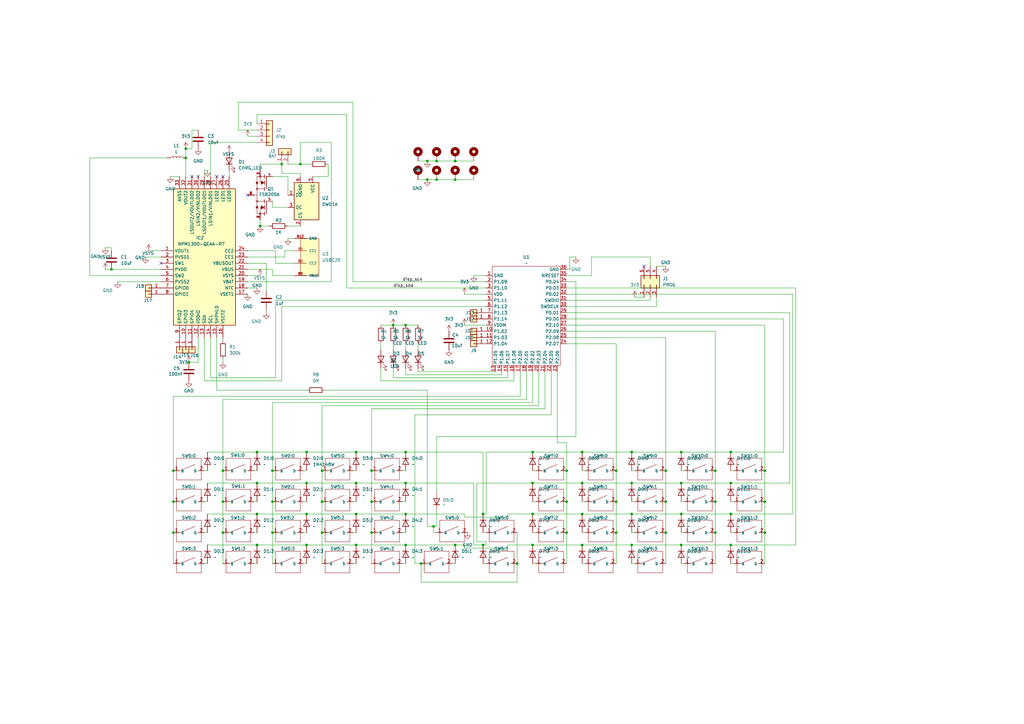
<source format=kicad_sch>
(kicad_sch (version 20250114) (generator "eeschema") (generator_version "9.0")
  (paper "A3")
  (lib_symbols
    (symbol "Battery_Management:DW01A"
      (property "Reference" "U" (at -6.604 6.35 0))
      (property "Value" "DW01A" (at 4.318 6.604 0))
      (symbol "DW01A_0_1"
        (pin power_in line (at -10.16 2.54 0) (length 2.54) (name "VCC") (number "5"))
        (pin power_in line (at -10.16 -2.54 0) (length 2.54) (name "GND") (number "6"))
        (pin output line (at -2.54 -7.62 90) (length 2.54) (name "OD") (number "1"))
        (pin output line (at 2.54 -7.62 90) (length 2.54) (name "OC") (number "3"))
        (pin input line (at 10.16 -2.54 180) (length 2.54) (name "CS") (number "2"))
      )
      (symbol "DW01A_1_1"
        (pin no_connect line (at 10.16 2.54 180) (length 2.54) (hide yes) (name "TD") (number "4"))
      )
    )
    (symbol "Connector_Generic:Conn_01x01" (pin_names (offset 1.016) (hide yes))
      (property "Reference" "J" (at 0 2.54 0))
      (property "Value" "Conn_01x01" (at 0 -2.54 0))
      (symbol "Conn_01x01_1_1"
        (pin passive line (at -5.08 0 0) (length 3.81) (name "Pin_1") (number "1"))
      )
    )
    (symbol "Connector_Generic:Conn_01x02" (pin_names (offset 1.016) (hide yes))
      (property "Reference" "J" (at 0 2.54 0))
      (property "Value" "Conn_01x02" (at 0 -5.08 0))
      (symbol "Conn_01x02_1_1"
        (pin passive line (at -5.08 0 0) (length 3.81) (name "Pin_1") (number "1"))
        (pin passive line (at -5.08 -2.54 0) (length 3.81) (name "Pin_2") (number "2"))
      )
    )
    (symbol "Connector_Generic:Conn_01x04" (pin_names (offset 1.016) (hide yes))
      (property "Reference" "J" (at 0 5.08 0))
      (property "Value" "Conn_01x04" (at 0 -7.62 0))
      (symbol "Conn_01x04_1_1"
        (pin passive line (at -5.08 2.54 0) (length 3.81) (name "Pin_1") (number "1"))
        (pin passive line (at -5.08 0 0) (length 3.81) (name "Pin_2") (number "2"))
        (pin passive line (at -5.08 -2.54 0) (length 3.81) (name "Pin_3") (number "3"))
        (pin passive line (at -5.08 -5.08 0) (length 3.81) (name "Pin_4") (number "4"))
      )
    )
    (symbol "Connector_Generic:Conn_02x03_Counter_Clockwise" (pin_names (offset 1.016) (hide yes))
      (property "Reference" "J" (at 1.27 5.08 0))
      (property "Value" "Conn_02x03_Counter_Clockwise" (at 1.27 -5.08 0))
      (symbol "Conn_02x03_Counter_Clockwise_1_1"
        (pin passive line (at -5.08 2.54 0) (length 3.81) (name "Pin_1") (number "1"))
        (pin passive line (at -5.08 0 0) (length 3.81) (name "Pin_2") (number "2"))
        (pin passive line (at -5.08 -2.54 0) (length 3.81) (name "Pin_3") (number "3"))
        (pin passive line (at 7.62 2.54 180) (length 3.81) (name "Pin_6") (number "6"))
        (pin passive line (at 7.62 0 180) (length 3.81) (name "Pin_5") (number "5"))
        (pin passive line (at 7.62 -2.54 180) (length 3.81) (name "Pin_4") (number "4"))
      )
    )
    (symbol "Device:C" (pin_numbers (hide yes)) (pin_names (offset 0.254))
      (property "Reference" "C" (at 0.635 2.54 0))
      (property "Value" "C" (at 0.635 -2.54 0))
      (symbol "C_1_1"
        (pin passive line (at 0 3.81 270) (length 2.794) (name "~") (number "1"))
        (pin passive line (at 0 -3.81 90) (length 2.794) (name "~") (number "2"))
      )
    )
    (symbol "Device:L" (pin_numbers (hide yes)) (pin_names (offset 1.016) (hide yes))
      (property "Reference" "L" (at -1.27 0 90))
      (property "Value" "L" (at 1.905 0 90))
      (symbol "L_1_1"
        (pin passive line (at 0 3.81 270) (length 1.27) (name "1") (number "1"))
        (pin passive line (at 0 -3.81 90) (length 1.27) (name "2") (number "2"))
      )
    )
    (symbol "Device:LED" (pin_numbers (hide yes)) (pin_names (offset 1.016) (hide yes))
      (property "Reference" "D" (at 0 2.54 0))
      (property "Value" "LED" (at 0 -2.54 0))
      (symbol "LED_1_1"
        (pin passive line (at -3.81 0 0) (length 2.54) (name "K") (number "1"))
        (pin passive line (at 3.81 0 180) (length 2.54) (name "A") (number "2"))
      )
    )
    (symbol "Device:R" (pin_numbers (hide yes)) (pin_names (offset 0))
      (property "Reference" "R" (at 2.032 0 90))
      (property "Value" "R" (at 0 0 90))
      (symbol "R_1_1"
        (pin passive line (at 0 3.81 270) (length 1.27) (name "~") (number "1"))
        (pin passive line (at 0 -3.81 90) (length 1.27) (name "~") (number "2"))
      )
    )
    (symbol "Diode:1N4148W" (pin_numbers (hide yes)) (pin_names (hide yes))
      (property "Reference" "D" (at 0 2.54 0))
      (property "Value" "1N4148W" (at 0 -2.54 0))
      (symbol "1N4148W_1_1"
        (pin passive line (at -3.81 0 0) (length 2.54) (name "K") (number "1"))
        (pin passive line (at 3.81 0 180) (length 2.54) (name "A") (number "2"))
      )
    )
    (symbol "FS8205A:FS8205A" (pin_names (offset 1.016))
      (property "Reference" "Q" (at -11.43 7.62 0))
      (property "Value" "FS8205A" (at -11.43 -12.7 0))
      (symbol "FS8205A_0_0"
        (pin passive line (at -5.08 2.54 0) (length 2.54) (name "~") (number "5"))
        (pin passive line (at -5.08 -7.62 0) (length 2.54) (name "~") (number "4"))
        (pin passive line (at 0 10.16 270) (length 2.54) (name "~") (number "6"))
        (pin passive line (at 0 10.16 270) (length 2.54) (name "~") (number "7"))
        (pin passive line (at 0 -10.16 90) (length 2.54) (name "~") (number "2"))
        (pin passive line (at 0 -10.16 90) (length 2.54) (name "~") (number "3"))
        (pin passive line (at 5.08 0 180) (length 2.54) (name "~") (number "1"))
        (pin passive line (at 5.08 0 180) (length 2.54) (name "~") (number "8"))
      )
    )
    (symbol "Mechanical:MountingHole_Pad" (pin_numbers (hide yes)) (pin_names (offset 1.016) (hide yes)) (in_bom no)
      (property "Reference" "H" (at 0 6.35 0))
      (property "Value" "MountingHole_Pad" (at 0 4.445 0))
      (symbol "MountingHole_Pad_1_1"
        (pin input line (at 0 -2.54 90) (length 2.54) (name "1") (number "1"))
      )
    )
    (symbol "SamacSys_Parts:NPM1300-QEAA-R7"
      (property "Reference" "IC" (at 31.75 30.48 0))
      (property "Value" "NPM1300-QEAA-R7" (at 31.75 27.94 0))
      (symbol "NPM1300-QEAA-R7_1_1"
        (pin passive line (at 0 0 0) (length 5.08) (name "VOUT1") (number "1"))
        (pin passive line (at 0 -2.54 0) (length 5.08) (name "PVSS1") (number "2"))
        (pin passive line (at 0 -5.08 0) (length 5.08) (name "SW1") (number "3"))
        (pin passive line (at 0 -7.62 0) (length 5.08) (name "PVDD") (number "4"))
        (pin passive line (at 0 -10.16 0) (length 5.08) (name "SW2") (number "5"))
        (pin passive line (at 0 -12.7 0) (length 5.08) (name "PVSS2") (number "6"))
        (pin passive line (at 0 -15.24 0) (length 5.08) (name "GPIO0") (number "7"))
        (pin passive line (at 0 -17.78 0) (length 5.08) (name "GPIO1") (number "8"))
        (pin passive line (at 7.62 30.48 270) (length 5.08) (name "AVSS") (number "33"))
        (pin passive line (at 7.62 -35.56 90) (length 5.08) (name "GPIO2") (number "9"))
        (pin passive line (at 10.16 30.48 270) (length 5.08) (name "VOUT2") (number "32"))
        (pin passive line (at 10.16 -35.56 90) (length 5.08) (name "GPIO3") (number "10"))
        (pin passive line (at 12.7 30.48 270) (length 5.08) (name "LSOUT2/VOUTLDO2") (number "31"))
        (pin passive line (at 12.7 -35.56 90) (length 5.08) (name "GPIO4") (number "11"))
        (pin passive line (at 15.24 30.48 270) (length 5.08) (name "LSIN2/VINLDO2") (number "30"))
        (pin passive line (at 15.24 -35.56 90) (length 5.08) (name "VDDIO") (number "12"))
        (pin passive line (at 17.78 30.48 270) (length 5.08) (name "LSOUT1/VOUTLDO1") (number "29"))
        (pin passive line (at 17.78 -35.56 90) (length 5.08) (name "SDA") (number "13"))
        (pin passive line (at 20.32 30.48 270) (length 5.08) (name "LSIN1/VINLDO1") (number "28"))
        (pin passive line (at 20.32 -35.56 90) (length 5.08) (name "SCL") (number "14"))
        (pin passive line (at 22.86 30.48 270) (length 5.08) (name "LED2") (number "27"))
        (pin passive line (at 22.86 -35.56 90) (length 5.08) (name "SHPHLD") (number "15"))
        (pin passive line (at 25.4 30.48 270) (length 5.08) (name "LED1") (number "26"))
        (pin passive line (at 25.4 -35.56 90) (length 5.08) (name "VSET2") (number "16"))
        (pin passive line (at 27.94 30.48 270) (length 5.08) (name "LED0") (number "25"))
        (pin passive line (at 35.56 0 180) (length 5.08) (name "CC2") (number "24"))
        (pin passive line (at 35.56 -2.54 180) (length 5.08) (name "CC1") (number "23"))
        (pin passive line (at 35.56 -5.08 180) (length 5.08) (name "VBUSOUT") (number "22"))
        (pin passive line (at 35.56 -7.62 180) (length 5.08) (name "VBUS") (number "21"))
        (pin passive line (at 35.56 -10.16 180) (length 5.08) (name "VSYS") (number "20"))
        (pin passive line (at 35.56 -12.7 180) (length 5.08) (name "VBAT") (number "19"))
        (pin passive line (at 35.56 -15.24 180) (length 5.08) (name "NTC") (number "18"))
        (pin passive line (at 35.56 -17.78 180) (length 5.08) (name "VSET1") (number "17"))
      )
    )
    (symbol "USBC20:USBC20" (pin_names (offset 1.016))
      (property "Reference" "U" (at 0 0 0))
      (property "Value" "USBC20" (at 0 0 0))
      (symbol "USBC20_0_0"
        (pin bidirectional line (at -7.62 -5.08 90) (length 5.08) (name "GND") (number "A12"))
        (pin bidirectional line (at -7.62 -5.08 90) (length 5.08) (name "GND") (number "B12"))
        (pin bidirectional line (at -2.54 -5.08 90) (length 5.08) (name "CC1") (number "A5"))
        (pin bidirectional line (at 2.54 -5.08 90) (length 5.08) (name "CC2") (number "B5"))
        (pin bidirectional line (at 7.62 -5.08 90) (length 5.08) (name "VBUS") (number "A9"))
        (pin bidirectional line (at 7.62 -5.08 90) (length 5.08) (name "VBUS") (number "B9"))
      )
    )
    (symbol "mylib:cherry_mx_sw"
      (property "Reference" "S" (at 0 0 0))
      (symbol "cherry_mx_sw_1_1"
        (pin input line (at -6.35 2.54 0) (length 2.54) (name "a") (number "1"))
        (pin input line (at 6.35 2.54 180) (length 2.54) (name "b") (number "2"))
      )
    )
    (symbol "mylib:nrf54l15_holyiot"
      (property "Reference" "U" (at 0 0 0))
      (symbol "nrf54l15_holyiot_1_1"
        (pin power_in line (at -16.51 11.43 0) (length 2.54) (name "GND") (number "1"))
        (pin bidirectional line (at -16.51 8.89 0) (length 2.54) (name "P1.09") (number "2"))
        (pin input line (at -16.51 6.35 0) (length 2.54) (name "P1.10") (number "3"))
        (pin power_in line (at -16.51 3.81 0) (length 2.54) (name "VDD") (number "4"))
        (pin bidirectional line (at -16.51 1.27 0) (length 2.54) (name "P1.11") (number "5"))
        (pin bidirectional line (at -16.51 -1.27 0) (length 2.54) (name "P1.12") (number "6"))
        (pin bidirectional line (at -16.51 -3.81 0) (length 2.54) (name "P1.13") (number "7"))
        (pin bidirectional line (at -16.51 -6.35 0) (length 2.54) (name "P1.14") (number "8"))
        (pin power_in line (at -16.51 -8.89 0) (length 2.54) (name "VDDM") (number "9"))
        (pin bidirectional line (at -16.51 -11.43 0) (length 2.54) (name "P1.02") (number "10"))
        (pin bidirectional line (at -16.51 -13.97 0) (length 2.54) (name "P1.03") (number "11"))
        (pin bidirectional line (at -16.51 -16.51 0) (length 2.54) (name "P1.04") (number "12"))
        (pin bidirectional line (at -12.7 -27.94 90) (length 2.54) (name "P1.05") (number "13"))
        (pin bidirectional line (at -10.16 -27.94 90) (length 2.54) (name "P1.06") (number "14"))
        (pin bidirectional line (at -7.62 -27.94 90) (length 2.54) (name "P1.07") (number "15"))
        (pin bidirectional line (at -5.08 -27.94 90) (length 2.54) (name "P1.08") (number "16"))
        (pin bidirectional line (at -2.54 -27.94 90) (length 2.54) (name "P2.00") (number "17"))
        (pin bidirectional line (at 0 -27.94 90) (length 2.54) (name "P2.01") (number "18"))
        (pin bidirectional line (at 2.54 -27.94 90) (length 2.54) (name "P2.02") (number "19"))
        (pin bidirectional line (at 5.08 -27.94 90) (length 2.54) (name "P2.03") (number "20"))
        (pin bidirectional line (at 7.62 -27.94 90) (length 2.54) (name "P2.04") (number "21"))
        (pin bidirectional line (at 10.16 -27.94 90) (length 2.54) (name "P2.05") (number "22"))
        (pin bidirectional line (at 12.7 -27.94 90) (length 2.54) (name "P2.06") (number "23"))
        (pin power_in line (at 16.51 13.97 180) (length 2.54) (name "GND") (number "36"))
        (pin input line (at 16.51 11.43 180) (length 2.54) (name "NRESET") (number "35"))
        (pin bidirectional line (at 16.51 8.89 180) (length 2.54) (name "P0.04") (number "34"))
        (pin bidirectional line (at 16.51 6.35 180) (length 2.54) (name "P0.03") (number "33"))
        (pin bidirectional line (at 16.51 3.81 180) (length 2.54) (name "P0.02") (number "32"))
        (pin input line (at 16.51 1.27 180) (length 2.54) (name "SWDIO") (number "31"))
        (pin input line (at 16.51 -1.27 180) (length 2.54) (name "SWDCLK") (number "30"))
        (pin bidirectional line (at 16.51 -3.81 180) (length 2.54) (name "P0.01") (number "29"))
        (pin bidirectional line (at 16.51 -6.35 180) (length 2.54) (name "P0.00") (number "28"))
        (pin bidirectional line (at 16.51 -8.89 180) (length 2.54) (name "P2.10") (number "27"))
        (pin bidirectional line (at 16.51 -11.43 180) (length 2.54) (name "P2.09") (number "26"))
        (pin bidirectional line (at 16.51 -13.97 180) (length 2.54) (name "P2.08") (number "25"))
        (pin bidirectional line (at 16.51 -16.51 180) (length 2.54) (name "P2.07") (number "24"))
      )
    )
    (symbol "power:GND" (power) (pin_numbers (hide yes)) (pin_names (offset 0) (hide yes))
      (property "Value" "GND" (at 0 -3.81 0))
      (symbol "GND_1_1"
        (pin power_in line (at 0 0 270) (length 0) (name "~") (number "1"))
      )
    )
    (symbol "power:VCC" (power) (pin_numbers (hide yes)) (pin_names (offset 0) (hide yes))
      (property "Value" "VCC" (at 0 3.556 0))
      (symbol "VCC_1_1"
        (pin power_in line (at 0 0 90) (length 0) (name "~") (number "1"))
      )
    )
    (symbol "power:VPP" (power) (pin_numbers (hide yes)) (pin_names (offset 0) (hide yes))
      (property "Value" "VPP" (at 0 3.556 0))
      (symbol "VPP_1_1"
        (pin power_in line (at 0 0 90) (length 0) (name "~") (number "1"))
      )
    )
  )
  (junction (at 91.44 193.04))
  (junction (at 259.08 223.52))
  (junction (at 71.12 193.04))
  (junction (at 166.37 133.35))
  (junction (at 106.68 92.71))
  (junction (at 232.41 193.04))
  (junction (at 232.41 218.44))
  (junction (at 105.41 185.42))
  (junction (at 146.05 185.42))
  (junction (at 273.05 193.04))
  (junction (at 146.05 210.82))
  (junction (at 146.05 198.12))
  (junction (at 198.12 223.52))
  (junction (at 313.69 193.04))
  (junction (at 172.72 231.14))
  (junction (at 166.37 223.52))
  (junction (at 218.44 223.52))
  (junction (at 212.09 231.14))
  (junction (at 252.73 193.04))
  (junction (at 259.08 210.82))
  (junction (at 77.47 148.59))
  (junction (at 125.73 185.42))
  (junction (at 279.4 223.52))
  (junction (at 293.37 193.04))
  (junction (at 152.4 218.44))
  (junction (at 299.72 223.52))
  (junction (at 238.76 198.12))
  (junction (at 123.19 67.31))
  (junction (at 293.37 218.44))
  (junction (at 105.41 210.82))
  (junction (at 198.12 210.82))
  (junction (at 299.72 198.12))
  (junction (at 238.76 223.52))
  (junction (at 125.73 198.12))
  (junction (at 105.41 223.52))
  (junction (at 146.05 223.52))
  (junction (at 152.4 205.74))
  (junction (at 71.12 218.44))
  (junction (at 166.37 185.42))
  (junction (at 132.08 218.44))
  (junction (at 161.29 133.35))
  (junction (at 177.8 215.9))
  (junction (at 252.73 218.44))
  (junction (at 218.44 198.12))
  (junction (at 232.41 205.74))
  (junction (at 115.57 67.31))
  (junction (at 238.76 185.42))
  (junction (at 132.08 193.04))
  (junction (at 91.44 205.74))
  (junction (at 111.76 193.04))
  (junction (at 313.69 218.44))
  (junction (at 166.37 198.12))
  (junction (at 175.26 66.04))
  (junction (at 179.07 66.04))
  (junction (at 279.4 198.12))
  (junction (at 279.4 210.82))
  (junction (at 273.05 205.74))
  (junction (at 76.2 60.96))
  (junction (at 111.76 218.44))
  (junction (at 279.4 185.42))
  (junction (at 175.26 73.66))
  (junction (at 186.69 73.66))
  (junction (at 238.76 210.82))
  (junction (at 186.69 66.04))
  (junction (at 152.4 193.04))
  (junction (at 91.44 218.44))
  (junction (at 111.76 205.74))
  (junction (at 218.44 210.82))
  (junction (at 186.69 223.52))
  (junction (at 166.37 210.82))
  (junction (at 299.72 185.42))
  (junction (at 179.07 73.66))
  (junction (at 293.37 205.74))
  (junction (at 252.73 205.74))
  (junction (at 125.73 210.82))
  (junction (at 105.41 198.12))
  (junction (at 125.73 223.52))
  (junction (at 259.08 185.42))
  (junction (at 313.69 205.74))
  (junction (at 45.72 110.49))
  (junction (at 76.2 64.77))
  (junction (at 218.44 185.42))
  (junction (at 132.08 205.74))
  (junction (at 259.08 198.12))
  (junction (at 273.05 218.44))
  (junction (at 299.72 210.82))
  (junction (at 71.12 205.74))
  (no_connect (at 101.6 80.01))
  (no_connect (at 264.16 109.22))
  (no_connect (at 78.74 72.39))
  (no_connect (at 91.44 72.39))
  (no_connect (at 81.28 72.39))
  (no_connect (at 88.9 72.39))
  (no_connect (at 66.04 107.95))
  (wire (pts (xy 93.98 69.85) (xy 93.98 72.39)))
  (wire (pts (xy 48.26 115.57) (xy 66.04 115.57)))
  (wire (pts (xy 238.76 198.12) (xy 259.08 198.12)))
  (wire (pts (xy 323.85 128.27) (xy 323.85 198.12)))
  (wire (pts (xy 232.41 115.57) (xy 236.22 115.57)))
  (wire (pts (xy 83.82 72.39) (xy 83.82 69.85)))
  (wire (pts (xy 242.57 113.03) (xy 232.41 113.03)))
  (wire (pts (xy 110.49 92.71) (xy 106.68 92.71)))
  (wire (pts (xy 156.21 140.97) (xy 156.21 143.51)))
  (wire (pts (xy 175.26 160.02) (xy 175.26 215.9)))
  (wire (pts (xy 45.72 101.6) (xy 43.18 101.6)))
  (wire (pts (xy 166.37 151.13) (xy 166.37 153.67)))
  (wire (pts (xy 172.72 238.76) (xy 172.72 231.14)))
  (wire (pts (xy 326.39 223.52) (xy 299.72 223.52)))
  (wire (pts (xy 299.72 193.04) (xy 300.99 193.04)))
  (wire (pts (xy 190.5 120.65) (xy 199.39 120.65)))
  (wire (pts (xy 171.45 73.66) (xy 175.26 73.66)))
  (wire (pts (xy 71.12 205.74) (xy 71.12 218.44)))
  (wire (pts (xy 144.78 218.44) (xy 146.05 218.44)))
  (wire (pts (xy 142.24 46.99) (xy 105.41 46.99)))
  (wire (pts (xy 171.45 66.04) (xy 175.26 66.04)))
  (wire (pts (xy 88.9 160.02) (xy 125.73 160.02)))
  (wire (pts (xy 71.12 162.56) (xy 71.12 193.04)))
  (wire (pts (xy 166.37 153.67) (xy 205.74 153.67)))
  (wire (pts (xy 232.41 218.44) (xy 232.41 231.14)))
  (wire (pts (xy 238.76 223.52) (xy 259.08 223.52)))
  (wire (pts (xy 123.19 58.42) (xy 135.89 58.42)))
  (wire (pts (xy 233.68 110.49) (xy 232.41 110.49)))
  (wire (pts (xy 186.69 73.66) (xy 194.31 73.66)))
  (wire (pts (xy 170.18 170.18) (xy 170.18 231.14)))
  (wire (pts (xy 194.31 198.12) (xy 194.31 223.52)))
  (wire (pts (xy 86.36 58.42) (xy 86.36 72.39)))
  (wire (pts (xy 259.08 198.12) (xy 279.4 198.12)))
  (wire (pts (xy 71.12 218.44) (xy 71.12 231.14)))
  (wire (pts (xy 76.2 60.96) (xy 76.2 64.77)))
  (wire (pts (xy 279.4 223.52) (xy 299.72 223.52)))
  (wire (pts (xy 144.78 115.57) (xy 144.78 41.91)))
  (wire (pts (xy 194.31 223.52) (xy 198.12 223.52)))
  (wire (pts (xy 124.46 218.44) (xy 125.73 218.44)))
  (wire (pts (xy 83.82 205.74) (xy 85.09 205.74)))
  (wire (pts (xy 146.05 210.82) (xy 166.37 210.82)))
  (wire (pts (xy 144.78 231.14) (xy 146.05 231.14)))
  (wire (pts (xy 45.72 102.87) (xy 45.72 101.6)))
  (wire (pts (xy 233.68 105.41) (xy 236.22 105.41)))
  (wire (pts (xy 113.03 154.94) (xy 86.36 154.94)))
  (wire (pts (xy 293.37 218.44) (xy 293.37 231.14)))
  (wire (pts (xy 269.24 125.73) (xy 232.41 125.73)))
  (wire (pts (xy 144.78 193.04) (xy 146.05 193.04)))
  (wire (pts (xy 171.45 152.4) (xy 203.2 152.4)))
  (wire (pts (xy 177.8 215.9) (xy 177.8 218.44)))
  (wire (pts (xy 104.14 205.74) (xy 105.41 205.74)))
  (wire (pts (xy 91.44 147.32) (xy 91.44 148.59)))
  (wire (pts (xy 142.24 46.99) (xy 142.24 118.11)))
  (wire (pts (xy 259.08 205.74) (xy 260.35 205.74)))
  (wire (pts (xy 97.79 53.34) (xy 105.41 53.34)))
  (wire (pts (xy 238.76 185.42) (xy 259.08 185.42)))
  (wire (pts (xy 132.08 205.74) (xy 132.08 218.44)))
  (wire (pts (xy 299.72 205.74) (xy 300.99 205.74)))
  (wire (pts (xy 144.78 41.91) (xy 97.79 41.91)))
  (wire (pts (xy 134.62 72.39) (xy 128.27 72.39)))
  (wire (pts (xy 124.46 231.14) (xy 125.73 231.14)))
  (wire (pts (xy 97.79 41.91) (xy 97.79 53.34)))
  (wire (pts (xy 120.65 102.87) (xy 116.84 102.87)))
  (wire (pts (xy 218.44 165.1) (xy 111.76 165.1)))
  (wire (pts (xy 190.5 133.35) (xy 199.39 133.35)))
  (wire (pts (xy 266.7 105.41) (xy 266.7 109.22)))
  (wire (pts (xy 313.69 218.44) (xy 313.69 231.14)))
  (wire (pts (xy 113.03 107.95) (xy 113.03 102.87)))
  (wire (pts (xy 105.41 46.99) (xy 105.41 50.8)))
  (wire (pts (xy 252.73 205.74) (xy 252.73 218.44)))
  (wire (pts (xy 198.12 223.52) (xy 199.39 223.52)))
  (wire (pts (xy 226.06 152.4) (xy 226.06 170.18)))
  (wire (pts (xy 238.76 231.14) (xy 240.03 231.14)))
  (wire (pts (xy 81.28 148.59) (xy 77.47 148.59)))
  (wire (pts (xy 165.1 205.74) (xy 166.37 205.74)))
  (wire (pts (xy 190.5 223.52) (xy 190.5 224.79)))
  (wire (pts (xy 205.74 153.67) (xy 205.74 152.4)))
  (wire (pts (xy 83.82 156.21) (xy 83.82 138.43)))
  (wire (pts (xy 101.6 55.88) (xy 105.41 55.88)))
  (wire (pts (xy 132.08 166.37) (xy 132.08 193.04)))
  (wire (pts (xy 238.76 205.74) (xy 240.03 205.74)))
  (wire (pts (xy 279.4 193.04) (xy 280.67 193.04)))
  (wire (pts (xy 218.44 205.74) (xy 219.71 205.74)))
  (wire (pts (xy 175.26 66.04) (xy 179.07 66.04)))
  (wire (pts (xy 132.08 193.04) (xy 132.08 205.74)))
  (wire (pts (xy 232.41 128.27) (xy 323.85 128.27)))
  (wire (pts (xy 125.73 223.52) (xy 146.05 223.52)))
  (wire (pts (xy 161.29 151.13) (xy 161.29 154.94)))
  (wire (pts (xy 66.04 113.03) (xy 36.83 113.03)))
  (wire (pts (xy 293.37 135.89) (xy 293.37 193.04)))
  (wire (pts (xy 111.76 218.44) (xy 111.76 231.14)))
  (wire (pts (xy 269.24 121.92) (xy 269.24 125.73)))
  (wire (pts (xy 85.09 185.42) (xy 105.41 185.42)))
  (wire (pts (xy 299.72 231.14) (xy 300.99 231.14)))
  (wire (pts (xy 161.29 154.94) (xy 208.28 154.94)))
  (wire (pts (xy 166.37 223.52) (xy 186.69 223.52)))
  (wire (pts (xy 242.57 105.41) (xy 242.57 113.03)))
  (wire (pts (xy 125.73 185.42) (xy 146.05 185.42)))
  (wire (pts (xy 118.11 72.39) (xy 111.76 72.39)))
  (wire (pts (xy 232.41 133.35) (xy 313.69 133.35)))
  (wire (pts (xy 166.37 210.82) (xy 190.5 210.82)))
  (wire (pts (xy 273.05 205.74) (xy 273.05 218.44)))
  (wire (pts (xy 83.82 193.04) (xy 85.09 193.04)))
  (wire (pts (xy 218.44 152.4) (xy 218.44 165.1)))
  (wire (pts (xy 43.18 110.49) (xy 45.72 110.49)))
  (wire (pts (xy 105.41 185.42) (xy 125.73 185.42)))
  (wire (pts (xy 83.82 218.44) (xy 85.09 218.44)))
  (wire (pts (xy 279.4 231.14) (xy 280.67 231.14)))
  (wire (pts (xy 78.74 60.96) (xy 78.74 53.34)))
  (wire (pts (xy 86.36 154.94) (xy 86.36 138.43)))
  (wire (pts (xy 199.39 223.52) (xy 199.39 222.25)))
  (wire (pts (xy 185.42 231.14) (xy 186.69 231.14)))
  (wire (pts (xy 218.44 198.12) (xy 238.76 198.12)))
  (wire (pts (xy 106.68 92.71) (xy 106.68 90.17)))
  (wire (pts (xy 124.46 193.04) (xy 125.73 193.04)))
  (wire (pts (xy 226.06 170.18) (xy 170.18 170.18)))
  (wire (pts (xy 91.44 139.7) (xy 91.44 138.43)))
  (wire (pts (xy 133.35 160.02) (xy 175.26 160.02)))
  (wire (pts (xy 85.09 210.82) (xy 105.41 210.82)))
  (wire (pts (xy 101.6 113.03) (xy 106.68 113.03)))
  (wire (pts (xy 321.31 185.42) (xy 299.72 185.42)))
  (wire (pts (xy 177.8 218.44) (xy 179.07 218.44)))
  (wire (pts (xy 313.69 193.04) (xy 313.69 205.74)))
  (wire (pts (xy 218.44 218.44) (xy 219.71 218.44)))
  (wire (pts (xy 218.44 223.52) (xy 238.76 223.52)))
  (wire (pts (xy 259.08 210.82) (xy 279.4 210.82)))
  (wire (pts (xy 36.83 113.03) (xy 36.83 64.77)))
  (wire (pts (xy 208.28 154.94) (xy 208.28 152.4)))
  (wire (pts (xy 161.29 133.35) (xy 166.37 133.35)))
  (wire (pts (xy 118.11 67.31) (xy 123.19 67.31)))
  (wire (pts (xy 279.4 185.42) (xy 299.72 185.42)))
  (wire (pts (xy 115.57 67.31) (xy 106.68 67.31)))
  (wire (pts (xy 134.62 67.31) (xy 134.62 72.39)))
  (wire (pts (xy 213.36 162.56) (xy 71.12 162.56)))
  (wire (pts (xy 279.4 218.44) (xy 280.67 218.44)))
  (wire (pts (xy 135.89 115.57) (xy 101.6 115.57)))
  (wire (pts (xy 259.08 193.04) (xy 260.35 193.04)))
  (wire (pts (xy 111.76 85.09) (xy 111.76 82.55)))
  (wire (pts (xy 186.69 223.52) (xy 190.5 223.52)))
  (wire (pts (xy 171.45 151.13) (xy 171.45 152.4)))
  (wire (pts (xy 232.41 140.97) (xy 252.73 140.97)))
  (wire (pts (xy 124.46 205.74) (xy 125.73 205.74)))
  (wire (pts (xy 76.2 60.96) (xy 78.74 60.96)))
  (wire (pts (xy 118.11 92.71) (xy 123.19 92.71)))
  (wire (pts (xy 105.41 223.52) (xy 125.73 223.52)))
  (wire (pts (xy 232.41 135.89) (xy 293.37 135.89)))
  (wire (pts (xy 293.37 193.04) (xy 293.37 205.74)))
  (wire (pts (xy 299.72 218.44) (xy 300.99 218.44)))
  (wire (pts (xy 215.9 152.4) (xy 215.9 163.83)))
  (wire (pts (xy 199.39 115.57) (xy 144.78 115.57)))
  (wire (pts (xy 152.4 218.44) (xy 152.4 231.14)))
  (wire (pts (xy 166.37 133.35) (xy 171.45 133.35)))
  (wire (pts (xy 85.09 198.12) (xy 105.41 198.12)))
  (wire (pts (xy 238.76 218.44) (xy 240.03 218.44)))
  (wire (pts (xy 236.22 115.57) (xy 236.22 179.07)))
  (wire (pts (xy 166.37 198.12) (xy 194.31 198.12)))
  (wire (pts (xy 233.68 105.41) (xy 233.68 110.49)))
  (wire (pts (xy 106.68 67.31) (xy 106.68 69.85)))
  (wire (pts (xy 190.5 224.79) (xy 208.28 224.79)))
  (wire (pts (xy 175.26 215.9) (xy 177.8 215.9)))
  (wire (pts (xy 118.11 85.09) (xy 111.76 85.09)))
  (wire (pts (xy 266.7 105.41) (xy 242.57 105.41)))
  (wire (pts (xy 104.14 218.44) (xy 105.41 218.44)))
  (wire (pts (xy 123.19 72.39) (xy 123.19 71.12)))
  (wire (pts (xy 220.98 166.37) (xy 132.08 166.37)))
  (wire (pts (xy 59.69 105.41) (xy 66.04 105.41)))
  (wire (pts (xy 123.19 67.31) (xy 127 67.31)))
  (wire (pts (xy 232.41 123.19) (xy 266.7 123.19)))
  (wire (pts (xy 266.7 123.19) (xy 266.7 121.92)))
  (wire (pts (xy 78.74 53.34) (xy 81.28 53.34)))
  (wire (pts (xy 259.08 231.14) (xy 260.35 231.14)))
  (wire (pts (xy 179.07 73.66) (xy 186.69 73.66)))
  (wire (pts (xy 208.28 210.82) (xy 218.44 210.82)))
  (wire (pts (xy 71.12 193.04) (xy 71.12 205.74)))
  (wire (pts (xy 232.41 205.74) (xy 232.41 218.44)))
  (wire (pts (xy 105.41 210.82) (xy 125.73 210.82)))
  (wire (pts (xy 83.82 231.14) (xy 85.09 231.14)))
  (wire (pts (xy 259.08 218.44) (xy 260.35 218.44)))
  (wire (pts (xy 218.44 231.14) (xy 219.71 231.14)))
  (wire (pts (xy 111.76 110.49) (xy 101.6 110.49)))
  (wire (pts (xy 118.11 97.79) (xy 120.65 97.79)))
  (wire (pts (xy 152.4 193.04) (xy 152.4 205.74)))
  (wire (pts (xy 313.69 133.35) (xy 313.69 193.04)))
  (wire (pts (xy 195.58 198.12) (xy 218.44 198.12)))
  (wire (pts (xy 252.73 193.04) (xy 252.73 205.74)))
  (wire (pts (xy 321.31 130.81) (xy 321.31 185.42)))
  (wire (pts (xy 76.2 64.77) (xy 76.2 72.39)))
  (wire (pts (xy 325.12 120.65) (xy 325.12 210.82)))
  (wire (pts (xy 194.31 113.03) (xy 199.39 113.03)))
  (wire (pts (xy 171.45 140.97) (xy 171.45 143.51)))
  (wire (pts (xy 132.08 218.44) (xy 132.08 231.14)))
  (wire (pts (xy 208.28 223.52) (xy 218.44 223.52)))
  (wire (pts (xy 101.6 102.87) (xy 113.03 102.87)))
  (wire (pts (xy 212.09 231.14) (xy 212.09 238.76)))
  (wire (pts (xy 218.44 193.04) (xy 219.71 193.04)))
  (wire (pts (xy 215.9 163.83) (xy 91.44 163.83)))
  (wire (pts (xy 115.57 156.21) (xy 83.82 156.21)))
  (wire (pts (xy 91.44 205.74) (xy 91.44 218.44)))
  (wire (pts (xy 179.07 209.55) (xy 179.07 215.9)))
  (wire (pts (xy 170.18 231.14) (xy 172.72 231.14)))
  (wire (pts (xy 232.41 118.11) (xy 326.39 118.11)))
  (wire (pts (xy 116.84 105.41) (xy 101.6 105.41)))
  (wire (pts (xy 111.76 205.74) (xy 111.76 218.44)))
  (wire (pts (xy 238.76 210.82) (xy 259.08 210.82)))
  (wire (pts (xy 120.65 107.95) (xy 113.03 107.95)))
  (wire (pts (xy 232.41 181.61) (xy 232.41 193.04)))
  (wire (pts (xy 199.39 210.82) (xy 199.39 185.42)))
  (wire (pts (xy 259.08 223.52) (xy 279.4 223.52)))
  (wire (pts (xy 259.08 185.42) (xy 279.4 185.42)))
  (wire (pts (xy 161.29 140.97) (xy 161.29 143.51)))
  (wire (pts (xy 228.6 152.4) (xy 228.6 181.61)))
  (wire (pts (xy 165.1 218.44) (xy 166.37 218.44)))
  (wire (pts (xy 115.57 125.73) (xy 115.57 156.21)))
  (wire (pts (xy 220.98 152.4) (xy 220.98 166.37)))
  (wire (pts (xy 165.1 193.04) (xy 166.37 193.04)))
  (wire (pts (xy 190.5 212.09) (xy 208.28 212.09)))
  (wire (pts (xy 325.12 210.82) (xy 299.72 210.82)))
  (wire (pts (xy 232.41 130.81) (xy 321.31 130.81)))
  (wire (pts (xy 104.14 193.04) (xy 105.41 193.04)))
  (wire (pts (xy 123.19 67.31) (xy 123.19 58.42)))
  (wire (pts (xy 146.05 185.42) (xy 166.37 185.42)))
  (wire (pts (xy 179.07 179.07) (xy 179.07 201.93)))
  (wire (pts (xy 198.12 210.82) (xy 199.39 210.82)))
  (wire (pts (xy 123.19 71.12) (xy 115.57 71.12)))
  (wire (pts (xy 218.44 210.82) (xy 238.76 210.82)))
  (wire (pts (xy 195.58 222.25) (xy 195.58 198.12)))
  (wire (pts (xy 101.6 118.11) (xy 105.41 118.11)))
  (wire (pts (xy 144.78 205.74) (xy 146.05 205.74)))
  (wire (pts (xy 228.6 181.61) (xy 232.41 181.61)))
  (wire (pts (xy 208.28 212.09) (xy 208.28 210.82)))
  (wire (pts (xy 232.41 138.43) (xy 273.05 138.43)))
  (wire (pts (xy 115.57 67.31) (xy 115.57 71.12)))
  (wire (pts (xy 232.41 193.04) (xy 232.41 205.74)))
  (wire (pts (xy 165.1 231.14) (xy 166.37 231.14)))
  (wire (pts (xy 199.39 123.19) (xy 113.03 123.19)))
  (wire (pts (xy 199.39 185.42) (xy 218.44 185.42)))
  (wire (pts (xy 212.09 218.44) (xy 212.09 231.14)))
  (wire (pts (xy 113.03 123.19) (xy 113.03 154.94)))
  (wire (pts (xy 190.5 210.82) (xy 190.5 212.09)))
  (wire (pts (xy 223.52 167.64) (xy 152.4 167.64)))
  (wire (pts (xy 175.26 73.66) (xy 179.07 73.66)))
  (wire (pts (xy 152.4 167.64) (xy 152.4 193.04)))
  (wire (pts (xy 125.73 198.12) (xy 146.05 198.12)))
  (wire (pts (xy 156.21 151.13) (xy 156.21 156.21)))
  (wire (pts (xy 69.85 72.39) (xy 73.66 72.39)))
  (wire (pts (xy 213.36 152.4) (xy 213.36 162.56)))
  (wire (pts (xy 109.22 107.95) (xy 109.22 119.38)))
  (wire (pts (xy 198.12 218.44) (xy 199.39 218.44)))
  (wire (pts (xy 88.9 138.43) (xy 88.9 160.02)))
  (wire (pts (xy 279.4 205.74) (xy 280.67 205.74)))
  (wire (pts (xy 279.4 198.12) (xy 299.72 198.12)))
  (wire (pts (xy 125.73 210.82) (xy 146.05 210.82)))
  (wire (pts (xy 45.72 110.49) (xy 66.04 110.49)))
  (wire (pts (xy 279.4 210.82) (xy 299.72 210.82)))
  (wire (pts (xy 101.6 107.95) (xy 109.22 107.95)))
  (wire (pts (xy 223.52 152.4) (xy 223.52 167.64)))
  (wire (pts (xy 293.37 205.74) (xy 293.37 218.44)))
  (wire (pts (xy 252.73 140.97) (xy 252.73 193.04)))
  (wire (pts (xy 186.69 66.04) (xy 194.31 66.04)))
  (wire (pts (xy 313.69 205.74) (xy 313.69 218.44)))
  (wire (pts (xy 111.76 165.1) (xy 111.76 193.04)))
  (wire (pts (xy 273.05 138.43) (xy 273.05 193.04)))
  (wire (pts (xy 109.22 127) (xy 109.22 128.27)))
  (wire (pts (xy 152.4 205.74) (xy 152.4 218.44)))
  (wire (pts (xy 60.96 102.87) (xy 66.04 102.87)))
  (wire (pts (xy 326.39 118.11) (xy 326.39 223.52)))
  (wire (pts (xy 111.76 193.04) (xy 111.76 205.74)))
  (wire (pts (xy 199.39 118.11) (xy 142.24 118.11)))
  (wire (pts (xy 120.65 113.03) (xy 111.76 113.03)))
  (wire (pts (xy 212.09 238.76) (xy 172.72 238.76)))
  (wire (pts (xy 260.35 121.92) (xy 264.16 121.92)))
  (wire (pts (xy 156.21 156.21) (xy 210.82 156.21)))
  (wire (pts (xy 85.09 223.52) (xy 105.41 223.52)))
  (wire (pts (xy 104.14 231.14) (xy 105.41 231.14)))
  (wire (pts (xy 118.11 80.01) (xy 118.11 72.39)))
  (wire (pts (xy 232.41 120.65) (xy 325.12 120.65)))
  (wire (pts (xy 218.44 185.42) (xy 238.76 185.42)))
  (wire (pts (xy 111.76 113.03) (xy 111.76 110.49)))
  (wire (pts (xy 83.82 69.85) (xy 85.09 69.85)))
  (wire (pts (xy 179.07 66.04) (xy 186.69 66.04)))
  (wire (pts (xy 36.83 64.77) (xy 68.58 64.77)))
  (wire (pts (xy 91.44 193.04) (xy 91.44 205.74)))
  (wire (pts (xy 166.37 140.97) (xy 166.37 143.51)))
  (wire (pts (xy 105.41 198.12) (xy 125.73 198.12)))
  (wire (pts (xy 208.28 224.79) (xy 208.28 223.52)))
  (wire (pts (xy 199.39 125.73) (xy 115.57 125.73)))
  (wire (pts (xy 236.22 179.07) (xy 179.07 179.07)))
  (wire (pts (xy 105.41 58.42) (xy 86.36 58.42)))
  (wire (pts (xy 199.39 222.25) (xy 195.58 222.25)))
  (wire (pts (xy 323.85 198.12) (xy 299.72 198.12)))
  (wire (pts (xy 198.12 185.42) (xy 198.12 210.82)))
  (wire (pts (xy 269.24 109.22) (xy 273.05 109.22)))
  (wire (pts (xy 156.21 133.35) (xy 161.29 133.35)))
  (wire (pts (xy 273.05 218.44) (xy 273.05 231.14)))
  (wire (pts (xy 146.05 223.52) (xy 166.37 223.52)))
  (wire (pts (xy 166.37 185.42) (xy 198.12 185.42)))
  (wire (pts (xy 179.07 215.9) (xy 177.8 215.9)))
  (wire (pts (xy 238.76 193.04) (xy 240.03 193.04)))
  (wire (pts (xy 135.89 58.42) (xy 135.89 115.57)))
  (wire (pts (xy 210.82 156.21) (xy 210.82 152.4)))
  (wire (pts (xy 198.12 231.14) (xy 199.39 231.14)))
  (wire (pts (xy 273.05 193.04) (xy 273.05 205.74)))
  (wire (pts (xy 116.84 102.87) (xy 116.84 105.41)))
  (wire (pts (xy 146.05 198.12) (xy 166.37 198.12)))
  (wire (pts (xy 91.44 163.83) (xy 91.44 193.04)))
  (wire (pts (xy 252.73 218.44) (xy 252.73 231.14)))
  (wire (pts (xy 81.28 138.43) (xy 81.28 148.59)))
  (wire (pts (xy 91.44 218.44) (xy 91.44 231.14)))
  (label "disp_sda" (at 161.29 118.11 0))
  (label "disp_sck" (at 165.1 115.57 0))
  (symbol (lib_id "Device:LED") (at 161.29 147.32 90) (unit 1)
    (property "Reference" "D3" (at 161.29 145.034 90) (effects (justify right)))
    (property "Value" "LED" (at 161.29 140.716 90) (effects (justify right)))
    (property "Footprint" "LED_SMD:LED_0805_2012Metric_Pad1.15x1.40mm_HandSolder" (effects (hide yes)))
    (property "Description" "Light emitting diode" (effects (hide yes)))
    (property "Sim.Pins" "1=K 2=A" (effects (hide yes)))
  )
  (symbol (lib_id "Mechanical:MountingHole_Pad") (at 171.45 71.12 0) (unit 1) (in_bom no)
    (property "Reference" "H5" (effects (hide yes)))
    (property "Value" "MountingHole_Pad" (effects (hide yes)))
    (property "Footprint" "MountingHole:MountingHole_2.2mm_M2_DIN965_Pad" (effects (hide yes)))
    (property "Description" "Mounting Hole with connection" (effects (hide yes)))
  )
  (symbol (lib_id "Mechanical:MountingHole_Pad") (at 194.31 63.5 0) (unit 1) (in_bom no)
    (property "Reference" "H4" (effects (hide yes)))
    (property "Value" "MountingHole_Pad" (effects (hide yes)))
    (property "Footprint" "MountingHole:MountingHole_2.2mm_M2_DIN965_Pad" (effects (hide yes)))
    (property "Description" "Mounting Hole with connection" (effects (hide yes)))
  )
  (symbol (lib_id "mylib:cherry_mx_sw") (at 97.79 220.98 0) (unit 1)
    (property "Reference" "SW1:2" (at 97.536 212.344 0))
    (property "Value" "~" (at 97.79 212.09 0))
    (property "Footprint" "PCM_Switch_Keyboard_Cherry_MX:SW_Cherry_MX_PCB" (effects (hide yes)))
  )
  (symbol (lib_id "Device:C") (at 81.28 57.15 0) (unit 1)
    (property "Reference" "C3" (at 85.09 55.8799 0) (effects (justify left)))
    (property "Value" "10uf" (at 85.09 58.4199 0) (effects (justify left)))
    (property "Footprint" "Capacitor_SMD:C_0805_2012Metric_Pad1.18x1.45mm_HandSolder" (effects (hide yes)))
    (property "Description" "Unpolarized capacitor" (effects (hide yes)))
  )
  (symbol (lib_id "mylib:cherry_mx_sw") (at 77.47 233.68 0) (unit 1)
    (property "Reference" "SW0:3" (at 77.47 225.044 0))
    (property "Value" "~" (at 77.47 224.79 0))
    (property "Footprint" "PCM_Switch_Keyboard_Cherry_MX:SW_Cherry_MX_PCB" (effects (hide yes)))
  )
  (symbol (lib_id "power:GND") (at 105.41 118.11 0) (unit 1)
    (property "Reference" "#PWR017" (effects (hide yes)))
    (property "Value" "GND" (at 105.41 117.094 0))
    (property "Description" "Power symbol creates a global label with name \"GND\" , ground" (effects (hide yes)))
  )
  (symbol (lib_id "Diode:1N4148W") (at 259.08 201.93 270) (unit 1)
    (property "Reference" "D9:1" (at 261.62 200.6599 90) (effects (justify left)))
    (property "Value" "~" (at 261.62 203.1999 90) (effects (justify left)))
    (property "Footprint" "Diode_SMD:Nexperia_CFP3_SOD-123W" (effects (hide yes)))
  )
  (symbol (lib_id "mylib:cherry_mx_sw") (at 158.75 208.28 0) (unit 1)
    (property "Reference" "SW4:1" (at 158.75 199.644 0))
    (property "Value" "~" (at 158.75 199.39 0))
    (property "Footprint" "PCM_Switch_Keyboard_Cherry_MX:SW_Cherry_MX_PCB" (effects (hide yes)))
  )
  (symbol (lib_id "mylib:cherry_mx_sw") (at 287.02 195.58 0) (unit 1)
    (property "Reference" "SW10:0" (at 287.02 186.944 0))
    (property "Value" "~" (at 287.02 186.69 0))
    (property "Footprint" "PCM_Switch_Keyboard_Cherry_MX:SW_Cherry_MX_PCB" (effects (hide yes)))
  )
  (symbol (lib_id "mylib:cherry_mx_sw") (at 77.47 208.28 0) (unit 1)
    (property "Reference" "SW0:1" (at 77.47 199.644 0))
    (property "Value" "~" (at 77.47 199.39 0))
    (property "Footprint" "PCM_Switch_Keyboard_Cherry_MX:SW_Cherry_MX_PCB" (effects (hide yes)))
  )
  (symbol (lib_id "power:GND") (at 69.85 72.39 0) (unit 1)
    (property "Reference" "#PWR025" (effects (hide yes)))
    (property "Value" "GND" (at 69.85 77.47 0))
    (property "Description" "Power symbol creates a global label with name \"GND\" , ground" (effects (hide yes)))
  )
  (symbol (lib_id "Connector_Generic:Conn_01x02") (at 115.57 62.23 90) (unit 1)
    (property "Reference" "J3" (at 110.49 61.976 90) (effects (justify right)))
    (property "Value" "BAT" (at 109.982 64.008 90) (effects (justify right)))
    (property "Footprint" "Connector_PinHeader_2.54mm:PinHeader_1x02_P2.54mm_Vertical" (effects (hide yes)))
    (property "Description" "Generic connector, single row, 01x02, script generated (kicad-library-utils/schlib/autogen/connector/)" (effects (hide yes)))
  )
  (symbol (lib_id "Diode:1N4148W") (at 218.44 201.93 270) (unit 1)
    (property "Reference" "D7:1" (at 220.98 200.6599 90) (effects (justify left)))
    (property "Value" "~" (at 220.98 203.1999 90) (effects (justify left)))
    (property "Footprint" "Diode_SMD:Nexperia_CFP3_SOD-123W" (effects (hide yes)))
  )
  (symbol (lib_id "mylib:cherry_mx_sw") (at 246.38 208.28 0) (unit 1)
    (property "Reference" "SW8:1" (at 246.38 199.644 0))
    (property "Value" "~" (at 246.38 199.39 0))
    (property "Footprint" "PCM_Switch_Keyboard_Cherry_MX:SW_Cherry_MX_PCB" (effects (hide yes)))
  )
  (symbol (lib_id "Diode:1N4148W") (at 238.76 214.63 270) (unit 1)
    (property "Reference" "D8:2" (at 241.3 213.3599 90) (effects (justify left)))
    (property "Value" "~" (at 241.3 215.8999 90) (effects (justify left)))
    (property "Footprint" "Diode_SMD:Nexperia_CFP3_SOD-123W" (effects (hide yes)))
  )
  (symbol (lib_id "power:VCC") (at 260.35 121.92 0) (unit 1)
    (property "Reference" "#PWR02" (effects (hide yes)))
    (property "Value" "3V3" (at 260.35 116.84 0))
    (property "Description" "Power symbol creates a global label with name \"VCC\"" (effects (hide yes)))
  )
  (symbol (lib_id "mylib:cherry_mx_sw") (at 118.11 208.28 0) (unit 1)
    (property "Reference" "SW2:1" (at 118.11 199.644 0))
    (property "Value" "~" (at 118.11 199.39 0))
    (property "Footprint" "PCM_Switch_Keyboard_Cherry_MX:SW_Cherry_MX_PCB" (effects (hide yes)))
  )
  (symbol (lib_id "mylib:cherry_mx_sw") (at 287.02 233.68 0) (unit 1)
    (property "Reference" "SW10:3" (at 287.02 225.044 0))
    (property "Value" "~" (at 287.02 224.79 0))
    (property "Footprint" "PCM_Switch_Keyboard_Cherry_MX:SW_Cherry_MX_PCB" (effects (hide yes)))
  )
  (symbol (lib_id "Diode:1N4148W") (at 238.76 189.23 270) (unit 1)
    (property "Reference" "D8:0" (at 241.3 187.9599 90) (effects (justify left)))
    (property "Value" "~" (at 241.3 190.4999 90) (effects (justify left)))
    (property "Footprint" "Diode_SMD:Nexperia_CFP3_SOD-123W" (effects (hide yes)))
  )
  (symbol (lib_id "Device:R") (at 156.21 137.16 0) (unit 1)
    (property "Reference" "R4" (at 155.956 135.89 0) (effects (justify left)))
    (property "Value" "1k" (at 155.956 138.43 0) (effects (justify left)))
    (property "Footprint" "Resistor_SMD:R_0805_2012Metric_Pad1.20x1.40mm_HandSolder" (effects (hide yes)))
    (property "Description" "Resistor" (effects (hide yes)))
  )
  (symbol (lib_id "mylib:cherry_mx_sw") (at 287.02 220.98 0) (unit 1)
    (property "Reference" "SW10:2" (at 287.02 212.344 0))
    (property "Value" "~" (at 287.02 212.09 0))
    (property "Footprint" "PCM_Switch_Keyboard_Cherry_MX:SW_Cherry_MX_PCB" (effects (hide yes)))
  )
  (symbol (lib_id "mylib:cherry_mx_sw") (at 246.38 195.58 0) (unit 1)
    (property "Reference" "SW8:0" (at 246.38 186.944 0))
    (property "Value" "~" (at 246.38 186.69 0))
    (property "Footprint" "PCM_Switch_Keyboard_Cherry_MX:SW_Cherry_MX_PCB" (effects (hide yes)))
  )
  (symbol (lib_id "Diode:1N4148W") (at 299.72 201.93 270) (unit 1)
    (property "Reference" "D11:1" (at 302.26 200.6599 90) (effects (justify left)))
    (property "Value" "~" (at 302.26 203.1999 90) (effects (justify left)))
    (property "Footprint" "Diode_SMD:Nexperia_CFP3_SOD-123W" (effects (hide yes)))
  )
  (symbol (lib_id "mylib:cherry_mx_sw") (at 158.75 195.58 0) (unit 1)
    (property "Reference" "SW4:0" (at 158.75 186.944 0))
    (property "Value" "~" (at 158.75 186.69 0))
    (property "Footprint" "PCM_Switch_Keyboard_Cherry_MX:SW_Cherry_MX_PCB" (effects (hide yes)))
  )
  (symbol (lib_id "Device:LED") (at 156.21 147.32 90) (unit 1)
    (property "Reference" "D2" (at 160.02 147.6374 90) (effects (justify right)))
    (property "Value" "LED" (at 160.02 150.1774 90) (effects (justify right)))
    (property "Footprint" "LED_SMD:LED_0805_2012Metric_Pad1.15x1.40mm_HandSolder" (effects (hide yes)))
    (property "Description" "Light emitting diode" (effects (hide yes)))
    (property "Sim.Pins" "1=K 2=A" (effects (hide yes)))
  )
  (symbol (lib_id "mylib:cherry_mx_sw") (at 266.7 195.58 0) (unit 1)
    (property "Reference" "SW9:0" (at 266.7 186.944 0))
    (property "Value" "~" (at 266.7 186.69 0))
    (property "Footprint" "PCM_Switch_Keyboard_Cherry_MX:SW_Cherry_MX_PCB" (effects (hide yes)))
  )
  (symbol (lib_id "power:GND") (at 48.26 115.57 0) (unit 1)
    (property "Reference" "#PWR023" (effects (hide yes)))
    (property "Value" "GND" (at 44.196 119.126 0))
    (property "Description" "Power symbol creates a global label with name \"GND\" , ground" (effects (hide yes)))
  )
  (symbol (lib_id "Diode:1N4148W") (at 85.09 227.33 270) (unit 1)
    (property "Reference" "D0:3" (at 87.63 226.0599 90) (effects (justify left)))
    (property "Value" "~" (at 87.63 228.5999 90) (effects (justify left)))
    (property "Footprint" "Diode_SMD:Nexperia_CFP3_SOD-123W" (effects (hide yes)))
  )
  (symbol (lib_id "Diode:1N4148W") (at 125.73 227.33 270) (unit 1)
    (property "Reference" "D2:3" (at 128.27 226.0599 90) (effects (justify left)))
    (property "Value" "~" (at 128.27 228.5999 90) (effects (justify left)))
    (property "Footprint" "Diode_SMD:Nexperia_CFP3_SOD-123W" (effects (hide yes)))
  )
  (symbol (lib_id "Connector_Generic:Conn_01x01") (at 194.31 128.27 180) (unit 1)
    (property "Reference" "J13" (at 192.786 128.27 0))
    (property "Value" "Conn_01x01" (effects (hide yes)))
    (property "Footprint" "Connector_Wire:SolderWirePad_1x01_SMD_1x2mm" (effects (hide yes)))
    (property "Description" "Generic connector, single row, 01x01, script generated (kicad-library-utils/schlib/autogen/connector/)" (effects (hide yes)))
  )
  (symbol (lib_id "Device:C") (at 184.15 139.7 0) (unit 1)
    (property "Reference" "C4" (at 185.42 137.414 0) (effects (justify left)))
    (property "Value" "10uf" (at 185.166 141.732 0) (effects (justify left)))
    (property "Footprint" "Capacitor_SMD:C_0805_2012Metric_Pad1.18x1.45mm_HandSolder" (effects (hide yes)))
    (property "Description" "Unpolarized capacitor" (effects (hide yes)))
  )
  (symbol (lib_id "Diode:1N4148W") (at 259.08 214.63 270) (unit 1)
    (property "Reference" "D9:2" (at 261.62 213.3599 90) (effects (justify left)))
    (property "Value" "~" (at 261.62 215.8999 90) (effects (justify left)))
    (property "Footprint" "Diode_SMD:Nexperia_CFP3_SOD-123W" (effects (hide yes)))
  )
  (symbol (lib_id "mylib:cherry_mx_sw") (at 185.42 220.98 0) (unit 1)
    (property "Reference" "SW5:0" (at 185.42 212.344 0))
    (property "Value" "~" (at 185.42 212.09 0))
    (property "Footprint" "PCM_Switch_Keyboard_Cherry_MX:SW_Cherry_MX_PCB" (effects (hide yes)))
  )
  (symbol (lib_id "power:VCC") (at 77.47 148.59 0) (unit 1)
    (property "Reference" "#PWR014" (effects (hide yes)))
    (property "Value" "3V3" (at 75.184 148.59 0))
    (property "Description" "Power symbol creates a global label with name \"VCC\"" (effects (hide yes)))
  )
  (symbol (lib_id "mylib:cherry_mx_sw") (at 205.74 220.98 0) (unit 1)
    (property "Reference" "SW6:0" (at 205.74 212.344 0))
    (property "Value" "~" (at 205.74 212.09 0))
    (property "Footprint" "PCM_Switch_Keyboard_Cherry_MX:SW_Cherry_MX_PCB" (effects (hide yes)))
  )
  (symbol (lib_id "Mechanical:MountingHole_Pad") (at 186.69 71.12 0) (unit 1) (in_bom no)
    (property "Reference" "H7" (effects (hide yes)))
    (property "Value" "MountingHole_Pad" (effects (hide yes)))
    (property "Footprint" "MountingHole:MountingHole_2.2mm_M2_DIN965_Pad" (effects (hide yes)))
    (property "Description" "Mounting Hole with connection" (effects (hide yes)))
  )
  (symbol (lib_id "Diode:1N4148W") (at 166.37 227.33 270) (unit 1)
    (property "Reference" "D4:3" (at 168.91 226.0599 90) (effects (justify left)))
    (property "Value" "~" (at 168.91 228.5999 90) (effects (justify left)))
    (property "Footprint" "Diode_SMD:Nexperia_CFP3_SOD-123W" (effects (hide yes)))
  )
  (symbol (lib_id "mylib:nrf54l15_holyiot") (at 215.9 124.46 0) (unit 1)
    (property "Reference" "U1" (at 215.9 105.41 0))
    (property "Value" "~" (at 215.9 107.95 0))
    (property "Footprint" "mylib:nrf54l15_holyiot" (effects (hide yes)))
  )
  (symbol (lib_id "Connector_Generic:Conn_01x01") (at 60.96 120.65 180) (unit 1)
    (property "Reference" "J17" (at 60.706 123.19 0))
    (property "Value" "Conn_01x01" (effects (hide yes)))
    (property "Footprint" "Connector_Wire:SolderWirePad_1x01_SMD_1x2mm" (effects (hide yes)))
    (property "Description" "Generic connector, single row, 01x01, script generated (kicad-library-utils/schlib/autogen/connector/)" (effects (hide yes)))
  )
  (symbol (lib_id "Diode:1N4148W") (at 166.37 214.63 270) (unit 1)
    (property "Reference" "D4:2" (at 168.91 213.3599 90) (effects (justify left)))
    (property "Value" "~" (at 168.91 215.8999 90) (effects (justify left)))
    (property "Footprint" "Diode_SMD:Nexperia_CFP3_SOD-123W" (effects (hide yes)))
  )
  (symbol (lib_id "mylib:cherry_mx_sw") (at 97.79 233.68 0) (unit 1)
    (property "Reference" "SW1:3" (at 97.79 225.044 0))
    (property "Value" "~" (at 97.79 224.79 0))
    (property "Footprint" "PCM_Switch_Keyboard_Cherry_MX:SW_Cherry_MX_PCB" (effects (hide yes)))
  )
  (symbol (lib_id "mylib:cherry_mx_sw") (at 179.07 233.68 0) (unit 1)
    (property "Reference" "SW5:1" (at 179.07 225.044 0))
    (property "Value" "~" (at 179.07 224.79 0))
    (property "Footprint" "PCM_Switch_Keyboard_Cherry_MX:SW_Cherry_MX_PCB" (effects (hide yes)))
  )
  (symbol (lib_id "Device:R") (at 130.81 67.31 90) (unit 1)
    (property "Reference" "R3" (at 130.81 61.722 90))
    (property "Value" "100R" (at 130.81 65.024 90))
    (property "Footprint" "Resistor_SMD:R_0805_2012Metric_Pad1.20x1.40mm_HandSolder" (effects (hide yes)))
    (property "Description" "Resistor" (effects (hide yes)))
  )
  (symbol (lib_id "Connector_Generic:Conn_01x01") (at 76.2 143.51 270) (unit 1)
    (property "Reference" "J15" (at 74.168 145.542 90) (effects (justify left)))
    (property "Value" "Conn_01x01" (effects (hide yes)))
    (property "Footprint" "Connector_Wire:SolderWirePad_1x01_SMD_1x2mm" (effects (hide yes)))
    (property "Description" "Generic connector, single row, 01x01, script generated (kicad-library-utils/schlib/autogen/connector/)" (effects (hide yes)))
  )
  (symbol (lib_id "power:GND") (at 91.44 148.59 0) (unit 1)
    (property "Reference" "#PWR06" (effects (hide yes)))
    (property "Value" "GND" (at 91.44 153.67 0))
    (property "Description" "Power symbol creates a global label with name \"GND\" , ground" (effects (hide yes)))
  )
  (symbol (lib_id "Device:R") (at 129.54 160.02 90) (unit 1)
    (property "Reference" "R8" (at 129.54 153.67 90))
    (property "Value" "0R" (at 129.54 156.21 90))
    (property "Footprint" "Resistor_SMD:R_0805_2012Metric_Pad1.20x1.40mm_HandSolder" (effects (hide yes)))
    (property "Description" "Resistor" (effects (hide yes)))
  )
  (symbol (lib_id "Device:R") (at 166.37 137.16 0) (unit 1)
    (property "Reference" "R6" (at 166.116 135.89 0) (effects (justify left)))
    (property "Value" "1k" (at 166.116 138.43 0) (effects (justify left)))
    (property "Footprint" "Resistor_SMD:R_0805_2012Metric_Pad1.20x1.40mm_HandSolder" (effects (hide yes)))
    (property "Description" "Resistor" (effects (hide yes)))
  )
  (symbol (lib_id "Diode:1N4148W") (at 186.69 227.33 270) (unit 1)
    (property "Reference" "D5:1" (at 189.23 226.0599 90) (effects (justify left)))
    (property "Value" "~" (at 189.23 228.5999 90) (effects (justify left)))
    (property "Footprint" "Diode_SMD:Nexperia_CFP3_SOD-123W" (effects (hide yes)))
  )
  (symbol (lib_id "Connector_Generic:Conn_01x01") (at 194.31 135.89 180) (unit 1)
    (property "Reference" "J11" (at 192.532 135.636 0))
    (property "Value" "Conn_01x01" (effects (hide yes)))
    (property "Footprint" "Connector_Wire:SolderWirePad_1x01_SMD_1x2mm" (effects (hide yes)))
    (property "Description" "Generic connector, single row, 01x01, script generated (kicad-library-utils/schlib/autogen/connector/)" (effects (hide yes)))
  )
  (symbol (lib_id "Mechanical:MountingHole_Pad") (at 171.45 63.5 0) (unit 1) (in_bom no)
    (property "Reference" "H1" (effects (hide yes)))
    (property "Value" "MountingHole_Pad" (effects (hide yes)))
    (property "Footprint" "MountingHole:MountingHole_2.2mm_M2_DIN965_Pad" (effects (hide yes)))
    (property "Description" "Mounting Hole with connection" (effects (hide yes)))
  )
  (symbol (lib_id "power:GND") (at 236.22 105.41 0) (unit 1)
    (property "Reference" "#PWR010" (effects (hide yes)))
    (property "Value" "GND" (at 236.22 110.49 0))
    (property "Description" "Power symbol creates a global label with name \"GND\" , ground" (effects (hide yes)))
  )
  (symbol (lib_id "mylib:cherry_mx_sw") (at 118.11 220.98 0) (unit 1)
    (property "Reference" "SW2:2" (at 117.856 212.344 0))
    (property "Value" "~" (at 118.11 212.09 0))
    (property "Footprint" "PCM_Switch_Keyboard_Cherry_MX:SW_Cherry_MX_PCB" (effects (hide yes)))
  )
  (symbol (lib_id "power:GND") (at 175.26 66.04 0) (unit 1)
    (property "Reference" "#PWR032" (effects (hide yes)))
    (property "Value" "GND" (at 171.196 69.596 0))
    (property "Description" "Power symbol creates a global label with name \"GND\" , ground" (effects (hide yes)))
  )
  (symbol (lib_id "mylib:cherry_mx_sw") (at 97.79 195.58 0) (unit 1)
    (property "Reference" "SW1:0" (at 97.536 186.69 0))
    (property "Value" "~" (at 97.79 186.69 0))
    (property "Footprint" "PCM_Switch_Keyboard_Cherry_MX:SW_Cherry_MX_PCB" (effects (hide yes)))
  )
  (symbol (lib_id "power:VPP") (at 43.18 110.49 0) (unit 1)
    (property "Reference" "#PWR08" (effects (hide yes)))
    (property "Value" "VSYS" (at 43.18 105.41 0))
    (property "Description" "Power symbol creates a global label with name \"VPP\"" (effects (hide yes)))
  )
  (symbol (lib_id "mylib:cherry_mx_sw") (at 266.7 233.68 0) (unit 1)
    (property "Reference" "SW9:3" (at 266.7 225.044 0))
    (property "Value" "~" (at 266.7 224.79 0))
    (property "Footprint" "PCM_Switch_Keyboard_Cherry_MX:SW_Cherry_MX_PCB" (effects (hide yes)))
  )
  (symbol (lib_id "Diode:1N4148W") (at 279.4 189.23 270) (unit 1)
    (property "Reference" "D10:0" (at 281.94 187.9599 90) (effects (justify left)))
    (property "Value" "~" (at 281.94 190.4999 90) (effects (justify left)))
    (property "Footprint" "Diode_SMD:Nexperia_CFP3_SOD-123W" (effects (hide yes)))
  )
  (symbol (lib_id "power:GND") (at 81.28 60.96 0) (unit 1)
    (property "Reference" "#PWR031" (effects (hide yes)))
    (property "Value" "GND" (at 81.28 66.04 0))
    (property "Description" "Power symbol creates a global label with name \"GND\" , ground" (effects (hide yes)))
  )
  (symbol (lib_id "power:GND") (at 43.18 101.6 0) (unit 1)
    (property "Reference" "#PWR019" (effects (hide yes)))
    (property "Value" "GND" (at 39.116 105.156 0))
    (property "Description" "Power symbol creates a global label with name \"GND\" , ground" (effects (hide yes)))
  )
  (symbol (lib_id "Connector_Generic:Conn_01x01") (at 194.31 130.81 180) (unit 1)
    (property "Reference" "J12" (at 192.786 130.81 0))
    (property "Value" "Conn_01x01" (effects (hide yes)))
    (property "Footprint" "Connector_Wire:SolderWirePad_1x01_SMD_1x2mm" (effects (hide yes)))
    (property "Description" "Generic connector, single row, 01x01, script generated (kicad-library-utils/schlib/autogen/connector/)" (effects (hide yes)))
  )
  (symbol (lib_id "Diode:1N4148W") (at 146.05 201.93 270) (unit 1)
    (property "Reference" "D3:1" (at 148.59 200.6599 90) (effects (justify left)))
    (property "Value" "~" (at 148.59 203.1999 90) (effects (justify left)))
    (property "Footprint" "Diode_SMD:Nexperia_CFP3_SOD-123W" (effects (hide yes)))
  )
  (symbol (lib_id "mylib:cherry_mx_sw") (at 266.7 220.98 0) (unit 1)
    (property "Reference" "SW9:2" (at 266.7 212.344 0))
    (property "Value" "~" (at 266.7 212.09 0))
    (property "Footprint" "PCM_Switch_Keyboard_Cherry_MX:SW_Cherry_MX_PCB" (effects (hide yes)))
  )
  (symbol (lib_id "mylib:cherry_mx_sw") (at 226.06 195.58 0) (unit 1)
    (property "Reference" "SW7:0" (at 226.06 186.944 0))
    (property "Value" "~" (at 226.06 186.69 0))
    (property "Footprint" "PCM_Switch_Keyboard_Cherry_MX:SW_Cherry_MX_PCB" (effects (hide yes)))
  )
  (symbol (lib_id "mylib:cherry_mx_sw") (at 246.38 220.98 0) (unit 1)
    (property "Reference" "SW8:2" (at 246.38 212.344 0))
    (property "Value" "~" (at 246.38 212.09 0))
    (property "Footprint" "PCM_Switch_Keyboard_Cherry_MX:SW_Cherry_MX_PCB" (effects (hide yes)))
  )
  (symbol (lib_id "Connector_Generic:Conn_01x01") (at 60.96 118.11 180) (unit 1)
    (property "Reference" "J18" (at 57.404 117.348 0))
    (property "Value" "Conn_01x01" (effects (hide yes)))
    (property "Footprint" "Connector_Wire:SolderWirePad_1x01_SMD_1x2mm" (effects (hide yes)))
    (property "Description" "Generic connector, single row, 01x01, script generated (kicad-library-utils/schlib/autogen/connector/)" (effects (hide yes)))
  )
  (symbol (lib_id "mylib:cherry_mx_sw") (at 266.7 208.28 0) (unit 1)
    (property "Reference" "SW9:1" (at 266.7 199.644 0))
    (property "Value" "~" (at 266.7 199.39 0))
    (property "Footprint" "PCM_Switch_Keyboard_Cherry_MX:SW_Cherry_MX_PCB" (effects (hide yes)))
  )
  (symbol (lib_id "power:GND") (at 85.09 69.85 0) (unit 1)
    (property "Reference" "#PWR03" (effects (hide yes)))
    (property "Value" "GND" (at 85.09 74.93 0))
    (property "Description" "Power symbol creates a global label with name \"GND\" , ground" (effects (hide yes)))
  )
  (symbol (lib_id "power:VCC") (at 76.2 60.96 0) (unit 1)
    (property "Reference" "#PWR04" (effects (hide yes)))
    (property "Value" "3V3" (at 76.2 55.88 0))
    (property "Description" "Power symbol creates a global label with name \"VCC\"" (effects (hide yes)))
  )
  (symbol (lib_id "Diode:1N4148W") (at 299.72 189.23 270) (unit 1)
    (property "Reference" "D11:0" (at 302.26 187.9599 90) (effects (justify left)))
    (property "Value" "~" (at 302.26 190.4999 90) (effects (justify left)))
    (property "Footprint" "Diode_SMD:Nexperia_CFP3_SOD-123W" (effects (hide yes)))
  )
  (symbol (lib_id "Device:LED") (at 93.98 66.04 90) (unit 1)
    (property "Reference" "D1" (at 97.79 66.3574 90) (effects (justify right)))
    (property "Value" "CHRG_LED" (at 97.79 68.8974 90) (effects (justify right)))
    (property "Footprint" "LED_SMD:LED_0805_2012Metric_Pad1.15x1.40mm_HandSolder" (effects (hide yes)))
    (property "Description" "Light emitting diode" (effects (hide yes)))
    (property "Sim.Pins" "1=K 2=A" (effects (hide yes)))
  )
  (symbol (lib_id "power:GND") (at 273.05 109.22 0) (unit 1)
    (property "Reference" "#PWR01" (effects (hide yes)))
    (property "Value" "GND" (at 273.05 107.696 0))
    (property "Description" "Power symbol creates a global label with name \"GND\" , ground" (effects (hide yes)))
  )
  (symbol (lib_id "Connector_Generic:Conn_01x01") (at 73.66 143.51 270) (unit 1)
    (property "Reference" "J14" (at 70.866 146.304 90) (effects (justify left)))
    (property "Value" "Conn_01x01" (effects (hide yes)))
    (property "Footprint" "Connector_Wire:SolderWirePad_1x01_SMD_1x2mm" (effects (hide yes)))
    (property "Description" "Generic connector, single row, 01x01, script generated (kicad-library-utils/schlib/autogen/connector/)" (effects (hide yes)))
  )
  (symbol (lib_id "mylib:cherry_mx_sw") (at 226.06 220.98 0) (unit 1)
    (property "Reference" "SW7:2" (at 226.06 212.344 0))
    (property "Value" "~" (at 226.06 212.09 0))
    (property "Footprint" "PCM_Switch_Keyboard_Cherry_MX:SW_Cherry_MX_PCB" (effects (hide yes)))
  )
  (symbol (lib_id "Diode:1N4148W") (at 198.12 214.63 270) (unit 1)
    (property "Reference" "D6:0" (at 200.66 213.3599 90) (effects (justify left)))
    (property "Value" "~" (at 200.66 215.8999 90) (effects (justify left)))
    (property "Footprint" "Diode_SMD:Nexperia_CFP3_SOD-123W" (effects (hide yes)))
  )
  (symbol (lib_id "Mechanical:MountingHole_Pad") (at 194.31 71.12 0) (unit 1) (in_bom no)
    (property "Reference" "H8" (effects (hide yes)))
    (property "Value" "MountingHole_Pad" (effects (hide yes)))
    (property "Footprint" "MountingHole:MountingHole_2.2mm_M2_DIN965_Pad" (effects (hide yes)))
    (property "Description" "Mounting Hole with connection" (effects (hide yes)))
  )
  (symbol (lib_id "mylib:cherry_mx_sw") (at 307.34 220.98 0) (unit 1)
    (property "Reference" "SW11:2" (at 307.34 212.344 0))
    (property "Value" "~" (at 307.34 212.09 0))
    (property "Footprint" "PCM_Switch_Keyboard_Cherry_MX:SW_Cherry_MX_PCB" (effects (hide yes)))
  )
  (symbol (lib_id "USBC20:USBC20") (at 125.73 105.41 270) (unit 1)
    (property "Reference" "U3" (at 132.08 104.1399 90) (effects (justify left)))
    (property "Value" "USBC20" (at 132.08 106.6799 90) (effects (justify left)))
    (property "Footprint" "my_usbc:USBC_6PIN" (effects (hide yes)))
  )
  (symbol (lib_id "Diode:1N4148W") (at 105.41 214.63 270) (unit 1)
    (property "Reference" "D1:2" (at 107.95 213.3599 90) (effects (justify left)))
    (property "Value" "~" (at 107.95 215.8999 90) (effects (justify left)))
    (property "Footprint" "Diode_SMD:Nexperia_CFP3_SOD-123W" (effects (hide yes)))
  )
  (symbol (lib_id "Diode:1N4148W") (at 179.07 205.74 90) (unit 1)
    (property "Reference" "D5:0" (at 181.61 205.1049 90) (effects (justify right)))
    (property "Value" "~" (at 181.61 207.01 90) (effects (justify right)))
    (property "Footprint" "Diode_SMD:Nexperia_CFP3_SOD-123W" (effects (hide yes)))
  )
  (symbol (lib_id "mylib:cherry_mx_sw") (at 287.02 208.28 0) (unit 1)
    (property "Reference" "SW10:1" (at 287.02 199.644 0))
    (property "Value" "~" (at 287.02 199.39 0))
    (property "Footprint" "PCM_Switch_Keyboard_Cherry_MX:SW_Cherry_MX_PCB" (effects (hide yes)))
  )
  (symbol (lib_id "Diode:1N4148W") (at 85.09 201.93 270) (unit 1)
    (property "Reference" "D0:1" (at 87.63 200.6599 90) (effects (justify left)))
    (property "Value" "~" (at 87.63 203.1999 90) (effects (justify left)))
    (property "Footprint" "Diode_SMD:Nexperia_CFP3_SOD-123W" (effects (hide yes)))
  )
  (symbol (lib_id "mylib:cherry_mx_sw") (at 226.06 208.28 0) (unit 1)
    (property "Reference" "SW7:1" (at 226.06 199.644 0))
    (property "Value" "~" (at 226.06 199.39 0))
    (property "Footprint" "PCM_Switch_Keyboard_Cherry_MX:SW_Cherry_MX_PCB" (effects (hide yes)))
  )
  (symbol (lib_id "power:VCC") (at 161.29 133.35 0) (unit 1)
    (property "Reference" "#PWR029" (effects (hide yes)))
    (property "Value" "3V3" (at 161.29 128.27 0))
    (property "Description" "Power symbol creates a global label with name \"VCC\"" (effects (hide yes)))
  )
  (symbol (lib_id "power:VCC") (at 190.5 120.65 0) (unit 1)
    (property "Reference" "#PWR012" (effects (hide yes)))
    (property "Value" "3V3" (at 190.5 115.57 0))
    (property "Description" "Power symbol creates a global label with name \"VCC\"" (effects (hide yes)))
  )
  (symbol (lib_id "power:VCC") (at 190.5 133.35 0) (unit 1)
    (property "Reference" "#PWR013" (effects (hide yes)))
    (property "Value" "3V3" (at 188.214 133.35 0))
    (property "Description" "Power symbol creates a global label with name \"VCC\"" (effects (hide yes)))
  )
  (symbol (lib_id "mylib:cherry_mx_sw") (at 158.75 233.68 0) (unit 1)
    (property "Reference" "SW4:3" (at 158.75 225.044 0))
    (property "Value" "~" (at 158.75 224.79 0))
    (property "Footprint" "PCM_Switch_Keyboard_Cherry_MX:SW_Cherry_MX_PCB" (effects (hide yes)))
  )
  (symbol (lib_id "SamacSys_Parts:NPM1300-QEAA-R7") (at 66.04 102.87 0) (unit 1)
    (property "Reference" "IC2" (at 82.042 97.536 0))
    (property "Value" "NPM1300-QEAA-R7" (at 82.55 100.076 0))
    (property "Footprint" "mylib:QFN50P500X500X90-33N" (effects (hide yes)))
    (property "Datasheet" "https://mm.digikey.com/Volume0/opasdata/d220001/medias/docus/6443/NPM1300-QEAA-R7.pdf" (effects (hide yes)))
    (property "Description" "Battery Power Management IC Lithium Ion/Polymer 32-QFN (5x5)" (effects (hide yes)))
    (property "Height" "0.9" (effects (hide yes)))
    (property "Mouser Part Number" "949-NPM1300-QEAA-R7" (effects (hide yes)))
    (property "Mouser Price/Stock" "https://www.mouser.co.uk/ProductDetail/Nordic-Semiconductor/nPM1300-QEAA-R7?qs=3pZoU%2F6IRTj0hxAp51B2zA%3D%3D" (effects (hide yes)))
    (property "Manufacturer_Name" "Nordic Semiconductor" (effects (hide yes)))
    (property "Manufacturer_Part_Number" "NPM1300-QEAA-R7" (effects (hide yes)))
  )
  (symbol (lib_id "Device:R") (at 161.29 137.16 0) (unit 1)
    (property "Reference" "R5" (at 161.036 135.89 0) (effects (justify left)))
    (property "Value" "1k" (at 161.036 138.43 0) (effects (justify left)))
    (property "Footprint" "Resistor_SMD:R_0805_2012Metric_Pad1.20x1.40mm_HandSolder" (effects (hide yes)))
    (property "Description" "Resistor" (effects (hide yes)))
  )
  (symbol (lib_id "Device:LED") (at 171.45 147.32 90) (unit 1)
    (property "Reference" "D5" (at 171.45 145.034 90) (effects (justify right)))
    (property "Value" "LED" (at 171.45 140.716 90) (effects (justify right)))
    (property "Footprint" "LED_SMD:LED_0805_2012Metric_Pad1.15x1.40mm_HandSolder" (effects (hide yes)))
    (property "Description" "Light emitting diode" (effects (hide yes)))
    (property "Sim.Pins" "1=K 2=A" (effects (hide yes)))
  )
  (symbol (lib_id "Diode:1N4148W") (at 146.05 227.33 270) (unit 1)
    (property "Reference" "D3:3" (at 148.59 226.0599 90) (effects (justify left)))
    (property "Value" "~" (at 148.59 228.5999 90) (effects (justify left)))
    (property "Footprint" "Diode_SMD:Nexperia_CFP3_SOD-123W" (effects (hide yes)))
  )
  (symbol (lib_id "Diode:1N4148W") (at 259.08 227.33 270) (unit 1)
    (property "Reference" "D9:3" (at 261.62 226.0599 90) (effects (justify left)))
    (property "Value" "~" (at 261.62 228.5999 90) (effects (justify left)))
    (property "Footprint" "Diode_SMD:Nexperia_CFP3_SOD-123W" (effects (hide yes)))
  )
  (symbol (lib_id "power:GND") (at 106.68 92.71 0) (unit 1)
    (property "Reference" "#PWR015" (effects (hide yes)))
    (property "Value" "GND" (at 102.616 96.266 0))
    (property "Description" "Power symbol creates a global label with name \"GND\" , ground" (effects (hide yes)))
  )
  (symbol (lib_id "Diode:1N4148W") (at 166.37 189.23 270) (unit 1)
    (property "Reference" "D4:0" (at 168.91 187.9599 90) (effects (justify left)))
    (property "Value" "~" (at 168.91 190.4999 90) (effects (justify left)))
    (property "Footprint" "Diode_SMD:Nexperia_CFP3_SOD-123W" (effects (hide yes)))
  )
  (symbol (lib_id "Diode:1N4148W") (at 279.4 227.33 270) (unit 1)
    (property "Reference" "D10:3" (at 281.94 226.0599 90) (effects (justify left)))
    (property "Value" "~" (at 281.94 228.5999 90) (effects (justify left)))
    (property "Footprint" "Diode_SMD:Nexperia_CFP3_SOD-123W" (effects (hide yes)))
  )
  (symbol (lib_id "power:GND") (at 101.6 120.65 0) (unit 1)
    (property "Reference" "#PWR07" (effects (hide yes)))
    (property "Value" "GND" (at 101.6 125.73 0))
    (property "Description" "Power symbol creates a global label with name \"GND\" , ground" (effects (hide yes)))
  )
  (symbol (lib_id "power:VPP") (at 106.68 113.03 0) (unit 1)
    (property "Reference" "#PWR09" (effects (hide yes)))
    (property "Value" "VSYS" (at 106.426 114.046 0))
    (property "Description" "Power symbol creates a global label with name \"VPP\"" (effects (hide yes)))
  )
  (symbol (lib_id "power:GND") (at 118.11 97.79 0) (unit 1)
    (property "Reference" "#PWR016" (effects (hide yes)))
    (property "Value" "GND" (at 114.046 101.346 0))
    (property "Description" "Power symbol creates a global label with name \"GND\" , ground" (effects (hide yes)))
  )
  (symbol (lib_id "Diode:1N4148W") (at 238.76 227.33 270) (unit 1)
    (property "Reference" "D8:3" (at 241.3 226.0599 90) (effects (justify left)))
    (property "Value" "~" (at 241.3 228.5999 90) (effects (justify left)))
    (property "Footprint" "Diode_SMD:Nexperia_CFP3_SOD-123W" (effects (hide yes)))
  )
  (symbol (lib_id "power:VCC") (at 184.15 135.89 0) (unit 1)
    (property "Reference" "#PWR021" (effects (hide yes)))
    (property "Value" "3V3" (at 184.15 130.81 0))
    (property "Description" "Power symbol creates a global label with name \"VCC\"" (effects (hide yes)))
  )
  (symbol (lib_id "Diode:1N4148W") (at 299.72 227.33 270) (unit 1)
    (property "Reference" "D11:3" (at 302.26 226.0599 90) (effects (justify left)))
    (property "Value" "~" (at 302.26 228.5999 90) (effects (justify left)))
    (property "Footprint" "Diode_SMD:Nexperia_CFP3_SOD-123W" (effects (hide yes)))
  )
  (symbol (lib_id "Connector_Generic:Conn_01x01") (at 194.31 138.43 180) (unit 1)
    (property "Reference" "J10" (at 192.532 138.43 0))
    (property "Value" "Conn_01x01" (effects (hide yes)))
    (property "Footprint" "Connector_Wire:SolderWirePad_1x01_SMD_1x2mm" (effects (hide yes)))
    (property "Description" "Generic connector, single row, 01x01, script generated (kicad-library-utils/schlib/autogen/connector/)" (effects (hide yes)))
  )
  (symbol (lib_id "mylib:cherry_mx_sw") (at 97.79 208.28 0) (unit 1)
    (property "Reference" "SW1:1" (at 97.79 199.39 0))
    (property "Value" "~" (at 97.79 199.39 0))
    (property "Footprint" "PCM_Switch_Keyboard_Cherry_MX:SW_Cherry_MX_PCB" (effects (hide yes)))
  )
  (symbol (lib_id "Diode:1N4148W") (at 105.41 201.93 270) (unit 1)
    (property "Reference" "D1:1" (at 107.95 200.6599 90) (effects (justify left)))
    (property "Value" "~" (at 107.95 203.1999 90) (effects (justify left)))
    (property "Footprint" "Diode_SMD:Nexperia_CFP3_SOD-123W" (effects (hide yes)))
  )
  (symbol (lib_id "mylib:cherry_mx_sw") (at 138.43 220.98 0) (unit 1)
    (property "Reference" "SW3:2" (at 138.43 212.344 0))
    (property "Value" "~" (at 138.43 212.09 0))
    (property "Footprint" "PCM_Switch_Keyboard_Cherry_MX:SW_Cherry_MX_PCB" (effects (hide yes)))
  )
  (symbol (lib_id "power:GND") (at 77.47 156.21 0) (unit 1)
    (property "Reference" "#PWR024" (effects (hide yes)))
    (property "Value" "GND" (at 77.47 160.274 0))
    (property "Description" "Power symbol creates a global label with name \"GND\" , ground" (effects (hide yes)))
  )
  (symbol (lib_id "mylib:cherry_mx_sw") (at 246.38 233.68 0) (unit 1)
    (property "Reference" "SW8:3" (at 246.38 225.044 0))
    (property "Value" "~" (at 246.38 224.79 0))
    (property "Footprint" "PCM_Switch_Keyboard_Cherry_MX:SW_Cherry_MX_PCB" (effects (hide yes)))
  )
  (symbol (lib_id "Diode:1N4148W") (at 85.09 189.23 270) (unit 1)
    (property "Reference" "D0:0" (at 87.63 187.9599 90) (effects (justify left)))
    (property "Value" "~" (at 87.63 190.4999 90) (effects (justify left)))
    (property "Footprint" "Diode_SMD:Nexperia_CFP3_SOD-123W" (effects (hide yes)))
  )
  (symbol (lib_id "power:GND") (at 59.69 105.41 0) (unit 1)
    (property "Reference" "#PWR027" (effects (hide yes)))
    (property "Value" "GND" (at 57.404 105.664 0))
    (property "Description" "Power symbol creates a global label with name \"GND\" , ground" (effects (hide yes)))
  )
  (symbol (lib_id "Connector_Generic:Conn_01x01") (at 78.74 143.51 270) (unit 1)
    (property "Reference" "J16" (at 77.978 145.796 90) (effects (justify left)))
    (property "Value" "Conn_01x01" (effects (hide yes)))
    (property "Footprint" "Connector_Wire:SolderWirePad_1x01_SMD_1x2mm" (effects (hide yes)))
    (property "Description" "Generic connector, single row, 01x01, script generated (kicad-library-utils/schlib/autogen/connector/)" (effects (hide yes)))
  )
  (symbol (lib_id "mylib:cherry_mx_sw") (at 158.75 220.98 0) (unit 1)
    (property "Reference" "SW4:2" (at 158.75 212.344 0))
    (property "Value" "~" (at 158.75 212.09 0))
    (property "Footprint" "PCM_Switch_Keyboard_Cherry_MX:SW_Cherry_MX_PCB" (effects (hide yes)))
  )
  (symbol (lib_id "Diode:1N4148W") (at 279.4 214.63 270) (unit 1)
    (property "Reference" "D10:2" (at 281.94 213.3599 90) (effects (justify left)))
    (property "Value" "~" (at 281.94 215.8999 90) (effects (justify left)))
    (property "Footprint" "Diode_SMD:Nexperia_CFP3_SOD-123W" (effects (hide yes)))
  )
  (symbol (lib_id "power:VPP") (at 60.96 102.87 0) (unit 1)
    (property "Reference" "#PWR026" (effects (hide yes)))
    (property "Value" "VSYS" (at 60.706 103.886 0))
    (property "Description" "Power symbol creates a global label with name \"VPP\"" (effects (hide yes)))
  )
  (symbol (lib_id "Connector_Generic:Conn_01x04") (at 110.49 53.34 0) (unit 1)
    (property "Reference" "J2" (at 113.03 53.3399 0) (effects (justify left)))
    (property "Value" "disp" (at 113.03 55.8799 0) (effects (justify left)))
    (property "Footprint" "Connector_PinHeader_2.54mm:PinHeader_1x04_P2.54mm_Vertical" (effects (hide yes)))
    (property "Description" "Generic connector, single row, 01x04, script generated (kicad-library-utils/schlib/autogen/connector/)" (effects (hide yes)))
  )
  (symbol (lib_id "mylib:cherry_mx_sw") (at 77.47 220.98 0) (unit 1)
    (property "Reference" "SW0:2" (at 77.47 212.344 0))
    (property "Value" "~" (at 77.47 212.09 0))
    (property "Footprint" "PCM_Switch_Keyboard_Cherry_MX:SW_Cherry_MX_PCB" (effects (hide yes)))
  )
  (symbol (lib_id "mylib:cherry_mx_sw") (at 205.74 233.68 0) (unit 1)
    (property "Reference" "SW6:1" (at 205.74 225.044 0))
    (property "Value" "~" (at 205.74 224.79 0))
    (property "Footprint" "PCM_Switch_Keyboard_Cherry_MX:SW_Cherry_MX_PCB" (effects (hide yes)))
  )
  (symbol (lib_id "power:GND") (at 175.26 73.66 0) (unit 1)
    (property "Reference" "#PWR020" (effects (hide yes)))
    (property "Value" "GND" (at 171.196 77.216 0))
    (property "Description" "Power symbol creates a global label with name \"GND\" , ground" (effects (hide yes)))
  )
  (symbol (lib_id "Diode:1N4148W") (at 218.44 214.63 270) (unit 1)
    (property "Reference" "D7:2" (at 220.98 213.3599 90) (effects (justify left)))
    (property "Value" "~" (at 220.98 215.8999 90) (effects (justify left)))
    (property "Footprint" "Diode_SMD:Nexperia_CFP3_SOD-123W" (effects (hide yes)))
  )
  (symbol (lib_id "mylib:cherry_mx_sw") (at 307.34 195.58 0) (unit 1)
    (property "Reference" "SW11:0" (at 307.34 186.944 0))
    (property "Value" "~" (at 307.34 186.69 0))
    (property "Footprint" "PCM_Switch_Keyboard_Cherry_MX:SW_Cherry_MX_PCB" (effects (hide yes)))
  )
  (symbol (lib_id "Device:R") (at 171.45 137.16 0) (unit 1)
    (property "Reference" "R7" (at 171.196 135.89 0) (effects (justify left)))
    (property "Value" "1k" (at 171.196 138.43 0) (effects (justify left)))
    (property "Footprint" "Resistor_SMD:R_0805_2012Metric_Pad1.20x1.40mm_HandSolder" (effects (hide yes)))
    (property "Description" "Resistor" (effects (hide yes)))
  )
  (symbol (lib_id "Device:LED") (at 166.37 147.32 90) (unit 1)
    (property "Reference" "D4" (at 166.37 145.034 90) (effects (justify right)))
    (property "Value" "LED" (at 166.37 140.716 90) (effects (justify right)))
    (property "Footprint" "LED_SMD:LED_0805_2012Metric_Pad1.15x1.40mm_HandSolder" (effects (hide yes)))
    (property "Description" "Light emitting diode" (effects (hide yes)))
    (property "Sim.Pins" "1=K 2=A" (effects (hide yes)))
  )
  (symbol (lib_id "Diode:1N4148W") (at 125.73 214.63 270) (unit 1)
    (property "Reference" "D2:2" (at 128.27 213.3599 90) (effects (justify left)))
    (property "Value" "~" (at 128.27 215.8999 90) (effects (justify left)))
    (property "Footprint" "Diode_SMD:Nexperia_CFP3_SOD-123W" (effects (hide yes)))
  )
  (symbol (lib_id "mylib:cherry_mx_sw") (at 77.47 195.58 0) (unit 1)
    (property "Reference" "SW0:0" (at 77.47 186.944 0))
    (property "Value" "~" (at 77.47 186.69 0))
    (property "Footprint" "PCM_Switch_Keyboard_Cherry_MX:SW_Cherry_MX_PCB" (effects (hide yes)))
  )
  (symbol (lib_id "Diode:1N4148W") (at 218.44 189.23 270) (unit 1)
    (property "Reference" "D7:0" (at 220.98 187.9599 90) (effects (justify left)))
    (property "Value" "~" (at 220.98 190.4999 90) (effects (justify left)))
    (property "Footprint" "Diode_SMD:Nexperia_CFP3_SOD-123W" (effects (hide yes)))
  )
  (symbol (lib_id "mylib:cherry_mx_sw") (at 138.43 208.28 0) (unit 1)
    (property "Reference" "SW3:1" (at 138.43 199.644 0))
    (property "Value" "~" (at 138.43 199.39 0))
    (property "Footprint" "PCM_Switch_Keyboard_Cherry_MX:SW_Cherry_MX_PCB" (effects (hide yes)))
  )
  (symbol (lib_id "Diode:1N4148W") (at 146.05 189.23 270) (unit 1)
    (property "Reference" "D3:0" (at 148.59 187.9599 90) (effects (justify left)))
    (property "Value" "~" (at 148.59 190.4999 90) (effects (justify left)))
    (property "Footprint" "Diode_SMD:Nexperia_CFP3_SOD-123W" (effects (hide yes)))
  )
  (symbol (lib_id "Connector_Generic:Conn_01x01") (at 194.31 140.97 180) (unit 1)
    (property "Reference" "J9" (at 194.31 143.764 0))
    (property "Value" "Conn_01x01" (effects (hide yes)))
    (property "Footprint" "Connector_Wire:SolderWirePad_1x01_SMD_1x2mm" (effects (hide yes)))
    (property "Description" "Generic connector, single row, 01x01, script generated (kicad-library-utils/schlib/autogen/connector/)" (effects (hide yes)))
  )
  (symbol (lib_id "mylib:cherry_mx_sw") (at 138.43 195.58 0) (unit 1)
    (property "Reference" "SW3:0" (at 138.43 186.944 0))
    (property "Value" "~" (at 138.43 186.69 0))
    (property "Footprint" "PCM_Switch_Keyboard_Cherry_MX:SW_Cherry_MX_PCB" (effects (hide yes)))
  )
  (symbol (lib_id "Device:C") (at 45.72 106.68 0) (unit 1)
    (property "Reference" "C1" (at 49.53 105.4099 0) (effects (justify left)))
    (property "Value" "10uf" (at 49.53 107.9499 0) (effects (justify left)))
    (property "Footprint" "Capacitor_SMD:C_0805_2012Metric_Pad1.18x1.45mm_HandSolder" (effects (hide yes)))
    (property "Description" "Unpolarized capacitor" (effects (hide yes)))
  )
  (symbol (lib_id "Diode:1N4148W") (at 125.73 201.93 270) (unit 1)
    (property "Reference" "D2:1" (at 128.27 200.6599 90) (effects (justify left)))
    (property "Value" "~" (at 128.27 203.1999 90) (effects (justify left)))
    (property "Footprint" "Diode_SMD:Nexperia_CFP3_SOD-123W" (effects (hide yes)))
  )
  (symbol (lib_id "Mechanical:MountingHole_Pad") (at 179.07 63.5 0) (unit 1) (in_bom no)
    (property "Reference" "H2" (effects (hide yes)))
    (property "Value" "MountingHole_Pad" (effects (hide yes)))
    (property "Footprint" "MountingHole:MountingHole_2.2mm_M2_DIN965_Pad" (effects (hide yes)))
    (property "Description" "Mounting Hole with connection" (effects (hide yes)))
  )
  (symbol (lib_id "mylib:cherry_mx_sw") (at 226.06 233.68 0) (unit 1)
    (property "Reference" "SW7:3" (at 226.06 225.044 0))
    (property "Value" "~" (at 226.06 224.79 0))
    (property "Footprint" "PCM_Switch_Keyboard_Cherry_MX:SW_Cherry_MX_PCB" (effects (hide yes)))
  )
  (symbol (lib_id "power:GND") (at 194.31 113.03 0) (unit 1)
    (property "Reference" "#PWR011" (effects (hide yes)))
    (property "Value" "GND" (at 194.31 118.11 0))
    (property "Description" "Power symbol creates a global label with name \"GND\" , ground" (effects (hide yes)))
  )
  (symbol (lib_id "Diode:1N4148W") (at 85.09 214.63 270) (unit 1)
    (property "Reference" "D0:2" (at 87.63 213.3599 90) (effects (justify left)))
    (property "Value" "~" (at 87.63 215.8999 90) (effects (justify left)))
    (property "Footprint" "Diode_SMD:Nexperia_CFP3_SOD-123W" (effects (hide yes)))
  )
  (symbol (lib_id "Mechanical:MountingHole_Pad") (at 179.07 71.12 0) (unit 1) (in_bom no)
    (property "Reference" "H6" (effects (hide yes)))
    (property "Value" "MountingHole_Pad" (effects (hide yes)))
    (property "Footprint" "MountingHole:MountingHole_2.2mm_M2_DIN965_Pad" (effects (hide yes)))
    (property "Description" "Mounting Hole with connection" (effects (hide yes)))
  )
  (symbol (lib_id "Diode:1N4148W") (at 125.73 189.23 270) (unit 1)
    (property "Reference" "D2:0" (at 128.27 187.9599 90) (effects (justify left)))
    (property "Value" "1N4148W" (at 128.27 190.4999 90) (effects (justify left)))
    (property "Footprint" "Diode_SMD:D_SOD-123" (effects (hide yes)))
    (property "Datasheet" "https://www.vishay.com/docs/85748/1n4148w.pdf" (effects (hide yes)))
    (property "Description" "75V 0.15A Fast Switching Diode, SOD-123" (effects (hide yes)))
    (property "Sim.Device" "D" (effects (hide yes)))
    (property "Sim.Pins" "1=K 2=A" (effects (hide yes)))
  )
  (symbol (lib_id "mylib:cherry_mx_sw") (at 307.34 233.68 0) (unit 1)
    (property "Reference" "SW11:3" (at 307.34 225.044 0))
    (property "Value" "~" (at 307.34 224.79 0))
    (property "Footprint" "PCM_Switch_Keyboard_Cherry_MX:SW_Cherry_MX_PCB" (effects (hide yes)))
  )
  (symbol (lib_id "power:GND") (at 109.22 128.27 0) (unit 1)
    (property "Reference" "#PWR018" (effects (hide yes)))
    (property "Value" "GND" (at 105.156 131.826 0))
    (property "Description" "Power symbol creates a global label with name \"GND\" , ground" (effects (hide yes)))
  )
  (symbol (lib_id "Connector_Generic:Conn_02x03_Counter_Clockwise") (at 266.7 116.84 90) (unit 1)
    (property "Reference" "J1" (at 271.78 114.2999 90) (effects (justify right)))
    (property "Value" "PROG" (at 271.78 116.8399 90) (effects (justify right)))
    (property "Footprint" "mylib:SWD_PROG_5pin" (effects (hide yes)))
    (property "Description" "Generic connector, double row, 02x03, counter clockwise pin numbering scheme (similar to DIP package numbering), script generated (kicad-library-utils/schlib/autogen/connector/)" (effects (hide yes)))
  )
  (symbol (lib_id "Device:C") (at 77.47 152.4 0) (unit 1)
    (property "Reference" "C5" (at 71.12 151.13 0) (effects (justify left)))
    (property "Value" "100nf" (at 69.088 153.416 0) (effects (justify left)))
    (property "Footprint" "Capacitor_SMD:C_0805_2012Metric_Pad1.18x1.45mm_HandSolder" (effects (hide yes)))
    (property "Description" "Unpolarized capacitor" (effects (hide yes)))
  )
  (symbol (lib_id "Device:R") (at 114.3 92.71 90) (unit 1)
    (property "Reference" "R2" (at 114.3 90.424 90))
    (property "Value" "1K" (at 114.3 95.25 90))
    (property "Footprint" "Resistor_SMD:R_0805_2012Metric_Pad1.20x1.40mm_HandSolder" (effects (hide yes)))
    (property "Description" "Resistor" (effects (hide yes)))
  )
  (symbol (lib_id "Diode:1N4148W") (at 238.76 201.93 270) (unit 1)
    (property "Reference" "D8:1" (at 241.3 200.6599 90) (effects (justify left)))
    (property "Value" "~" (at 241.3 203.1999 90) (effects (justify left)))
    (property "Footprint" "Diode_SMD:Nexperia_CFP3_SOD-123W" (effects (hide yes)))
  )
  (symbol (lib_id "power:GND") (at 191.77 218.44 0) (unit 1)
    (property "Reference" "#PWR030" (effects (hide yes)))
    (property "Value" "GND" (at 191.77 223.52 0))
    (property "Description" "Power symbol creates a global label with name \"GND\" , ground" (effects (hide yes)))
  )
  (symbol (lib_id "mylib:cherry_mx_sw") (at 118.11 233.68 0) (unit 1)
    (property "Reference" "SW2:3" (at 118.11 225.044 0))
    (property "Value" "~" (at 118.11 224.79 0))
    (property "Footprint" "PCM_Switch_Keyboard_Cherry_MX:SW_Cherry_MX_PCB" (effects (hide yes)))
  )
  (symbol (lib_id "Diode:1N4148W") (at 105.41 189.23 270) (unit 1)
    (property "Reference" "D1:0" (at 107.95 187.9599 90) (effects (justify left)))
    (property "Value" "~" (at 107.95 190.4999 90) (effects (justify left)))
    (property "Footprint" "Diode_SMD:Nexperia_CFP3_SOD-123W" (effects (hide yes)))
  )
  (symbol (lib_id "Diode:1N4148W") (at 146.05 214.63 270) (unit 1)
    (property "Reference" "D3:2" (at 148.59 213.3599 90) (effects (justify left)))
    (property "Value" "~" (at 148.59 215.8999 90) (effects (justify left)))
    (property "Footprint" "Diode_SMD:Nexperia_CFP3_SOD-123W" (effects (hide yes)))
  )
  (symbol (lib_id "FS8205A:FS8205A") (at 106.68 80.01 180) (unit 1)
    (property "Reference" "Q1" (at 110.998 77.47 0))
    (property "Value" "FS8205A" (at 110.49 79.756 0))
    (property "Footprint" "FS8205A:SOP65P640X120-8N" (effects (hide yes)))
    (property "MF" "Fortune Semiconductor" (effects (hide yes)))
    (property "MAXIMUM_PACKAGE_HEIGHT" "1.2mm" (effects (hide yes)))
    (property "Package" "Package" (effects (hide yes)))
    (property "Price" "None" (effects (hide yes)))
    (property "Check_prices" "https://www.snapeda.com/parts/FS8205A/Fortune+Semiconductor/view-part/?ref=eda" (effects (hide yes)))
    (property "STANDARD" "IPC 7351B" (effects (hide yes)))
    (property "PARTREV" "1.7" (effects (hide yes)))
    (property "SnapEDA_Link" "https://www.snapeda.com/parts/FS8205A/Fortune+Semiconductor/view-part/?ref=snap" (effects (hide yes)))
    (property "MP" "FS8205A" (effects (hide yes)))
    (property "Availability" "In Stock" (effects (hide yes)))
    (property "MANUFACTURER" "Fortune Semiconductor" (effects (hide yes)))
  )
  (symbol (lib_id "Device:C") (at 109.22 123.19 0) (unit 1)
    (property "Reference" "C2" (at 113.03 121.9199 0) (effects (justify left)))
    (property "Value" "1uf" (at 113.03 124.4599 0) (effects (justify left)))
    (property "Footprint" "Capacitor_SMD:C_0805_2012Metric_Pad1.18x1.45mm_HandSolder" (effects (hide yes)))
    (property "Description" "Unpolarized capacitor" (effects (hide yes)))
  )
  (symbol (lib_id "power:VPP") (at 93.98 62.23 0) (unit 1)
    (property "Reference" "#PWR028" (effects (hide yes)))
    (property "Value" "VSYS" (at 93.726 63.246 0))
    (property "Description" "Power symbol creates a global label with name \"VPP\"" (effects (hide yes)))
  )
  (symbol (lib_id "mylib:cherry_mx_sw") (at 138.43 233.68 0) (unit 1)
    (property "Reference" "SW3:3" (at 138.43 225.044 0))
    (property "Value" "~" (at 138.43 224.79 0))
    (property "Footprint" "PCM_Switch_Keyboard_Cherry_MX:SW_Cherry_MX_PCB" (effects (hide yes)))
  )
  (symbol (lib_id "Diode:1N4148W") (at 259.08 189.23 270) (unit 1)
    (property "Reference" "D9:0" (at 261.62 187.9599 90) (effects (justify left)))
    (property "Value" "~" (at 261.62 190.4999 90) (effects (justify left)))
    (property "Footprint" "Diode_SMD:Nexperia_CFP3_SOD-123W" (effects (hide yes)))
  )
  (symbol (lib_id "Diode:1N4148W") (at 299.72 214.63 270) (unit 1)
    (property "Reference" "D11:2" (at 302.26 213.3599 90) (effects (justify left)))
    (property "Value" "~" (at 302.26 215.8999 90) (effects (justify left)))
    (property "Footprint" "Diode_SMD:Nexperia_CFP3_SOD-123W" (effects (hide yes)))
  )
  (symbol (lib_id "Battery_Management:DW01A") (at 125.73 82.55 270) (unit 1)
    (property "Reference" "U2" (at 132.08 81.2799 90) (effects (justify left)))
    (property "Value" "DW01A" (at 132.08 83.8199 90) (effects (justify left)))
    (property "Footprint" "Package_TO_SOT_SMD:SOT-23-6" (effects (hide yes)))
    (property "Datasheet" "https://hmsemi.com/downfile/DW01A.PDF" (effects (hide yes)))
    (property "Description" "Overcharge, overcurrent and overdischarge protection IC for single cell lithium-ion/polymer battery" (effects (hide yes)))
  )
  (symbol (lib_id "Device:R") (at 91.44 143.51 0) (unit 1)
    (property "Reference" "R1" (at 93.98 142.2399 0) (effects (justify left)))
    (property "Value" "300k" (at 93.98 144.7799 0) (effects (justify left)))
    (property "Footprint" "Resistor_SMD:R_0805_2012Metric_Pad1.20x1.40mm_HandSolder" (effects (hide yes)))
    (property "Description" "Resistor" (effects (hide yes)))
  )
  (symbol (lib_id "Device:L") (at 72.39 64.77 90) (unit 1)
    (property "Reference" "L1" (at 72.39 59.69 90))
    (property "Value" "L" (at 72.39 62.23 90))
    (property "Footprint" "Inductor_SMD:L_1008_2520Metric_Pad1.43x2.20mm_HandSolder" (effects (hide yes)))
    (property "Description" "Inductor" (effects (hide yes)))
  )
  (symbol (lib_id "Diode:1N4148W") (at 198.12 227.33 270) (unit 1)
    (property "Reference" "D6:1" (at 200.66 226.0599 90) (effects (justify left)))
    (property "Value" "~" (at 200.66 228.5999 90) (effects (justify left)))
    (property "Footprint" "Diode_SMD:Nexperia_CFP3_SOD-123W" (effects (hide yes)))
  )
  (symbol (lib_id "Mechanical:MountingHole_Pad") (at 186.69 63.5 0) (unit 1) (in_bom no)
    (property "Reference" "H3" (effects (hide yes)))
    (property "Value" "MountingHole_Pad" (effects (hide yes)))
    (property "Footprint" "MountingHole:MountingHole_2.2mm_M2_DIN965_Pad" (effects (hide yes)))
    (property "Description" "Mounting Hole with connection" (effects (hide yes)))
  )
  (symbol (lib_id "Diode:1N4148W") (at 279.4 201.93 270) (unit 1)
    (property "Reference" "D10:1" (at 281.94 200.6599 90) (effects (justify left)))
    (property "Value" "~" (at 281.94 203.1999 90) (effects (justify left)))
    (property "Footprint" "Diode_SMD:Nexperia_CFP3_SOD-123W" (effects (hide yes)))
  )
  (symbol (lib_id "mylib:cherry_mx_sw") (at 118.11 195.58 0) (unit 1)
    (property "Reference" "SW2:0" (at 118.11 186.944 0))
    (property "Value" "~" (at 118.11 186.69 0))
    (property "Footprint" "PCM_Switch_Keyboard_Cherry_MX:SW_Cherry_MX_PCB" (effects (hide yes)))
  )
  (symbol (lib_id "Diode:1N4148W") (at 105.41 227.33 270) (unit 1)
    (property "Reference" "D1:3" (at 107.95 226.0599 90) (effects (justify left)))
    (property "Value" "~" (at 107.95 228.5999 90) (effects (justify left)))
    (property "Footprint" "Diode_SMD:Nexperia_CFP3_SOD-123W" (effects (hide yes)))
  )
  (symbol (lib_id "mylib:cherry_mx_sw") (at 307.34 208.28 0) (unit 1)
    (property "Reference" "SW11:1" (at 307.34 199.644 0))
    (property "Value" "~" (at 307.34 199.39 0))
    (property "Footprint" "PCM_Switch_Keyboard_Cherry_MX:SW_Cherry_MX_PCB" (effects (hide yes)))
  )
  (symbol (lib_id "Diode:1N4148W") (at 218.44 227.33 270) (unit 1)
    (property "Reference" "D7:3" (at 220.98 226.0599 90) (effects (justify left)))
    (property "Value" "~" (at 220.98 228.5999 90) (effects (justify left)))
    (property "Footprint" "Diode_SMD:Nexperia_CFP3_SOD-123W" (effects (hide yes)))
  )
  (symbol (lib_id "power:VCC") (at 101.6 55.88 0) (unit 1)
    (property "Reference" "#PWR05" (effects (hide yes)))
    (property "Value" "3V3" (at 101.6 50.8 0))
    (property "Description" "Power symbol creates a global label with name \"VCC\"" (effects (hide yes)))
  )
  (symbol (lib_id "Diode:1N4148W") (at 166.37 201.93 270) (unit 1)
    (property "Reference" "D4:1" (at 168.91 200.6599 90) (effects (justify left)))
    (property "Value" "~" (at 168.91 203.1999 90) (effects (justify left)))
    (property "Footprint" "Diode_SMD:Nexperia_CFP3_SOD-123W" (effects (hide yes)))
  )
  (symbol (lib_id "power:GND") (at 184.15 143.51 0) (unit 1)
    (property "Reference" "#PWR022" (effects (hide yes)))
    (property "Value" "GND" (at 184.15 148.59 0))
    (property "Description" "Power symbol creates a global label with name \"GND\" , ground" (effects (hide yes)))
  )
)
</source>
